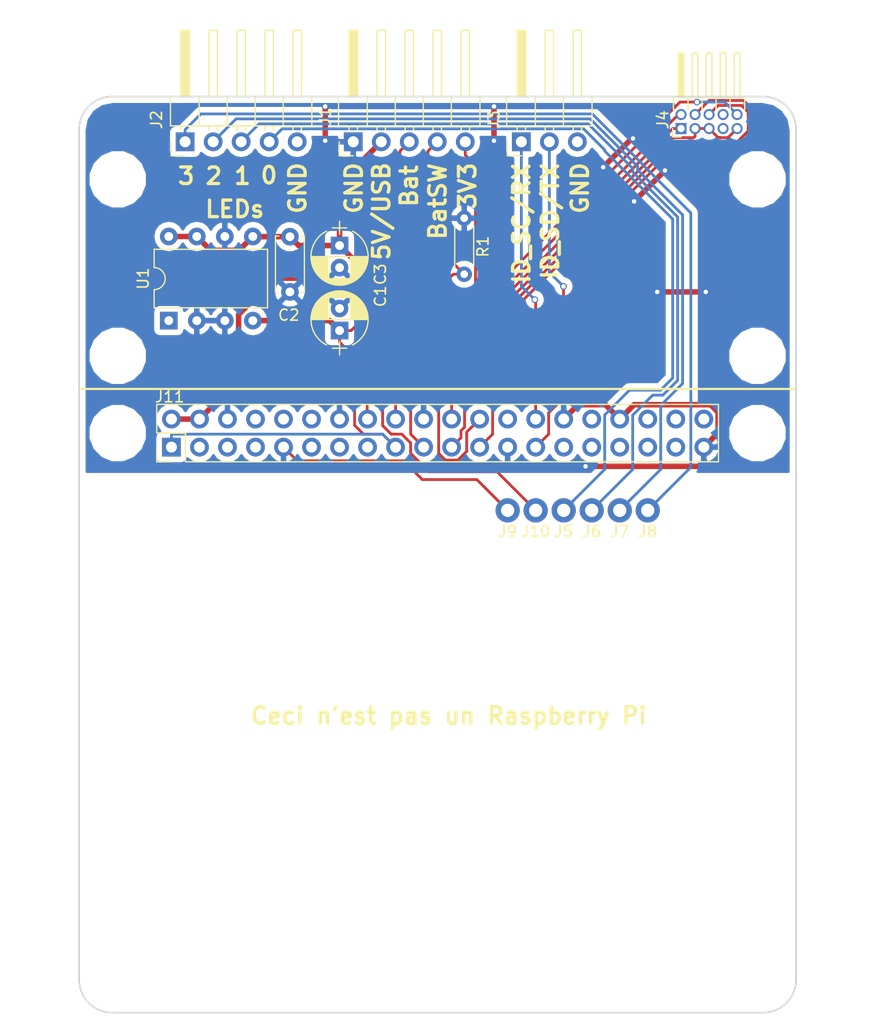
<source format=kicad_pcb>
(kicad_pcb (version 4) (host pcbnew 4.0.7-e2-6376~61~ubuntu18.04.1)

  (general
    (links 44)
    (no_connects 0)
    (area 65.142381 37.080118 144.637619 130.165)
    (thickness 1.6)
    (drawings 24)
    (tracks 230)
    (zones 0)
    (modules 28)
    (nets 42)
  )

  (page A4)
  (layers
    (0 F.Cu signal)
    (31 B.Cu signal)
    (32 B.Adhes user)
    (33 F.Adhes user)
    (34 B.Paste user)
    (35 F.Paste user)
    (36 B.SilkS user)
    (37 F.SilkS user)
    (38 B.Mask user)
    (39 F.Mask user)
    (40 Dwgs.User user)
    (41 Cmts.User user)
    (42 Eco1.User user)
    (43 Eco2.User user)
    (44 Edge.Cuts user)
    (45 Margin user)
    (46 B.CrtYd user)
    (47 F.CrtYd user)
    (48 B.Fab user)
    (49 F.Fab user)
  )

  (setup
    (last_trace_width 0.25)
    (user_trace_width 0.5)
    (trace_clearance 0.2)
    (zone_clearance 0.508)
    (zone_45_only no)
    (trace_min 0.2)
    (segment_width 0.2)
    (edge_width 0.15)
    (via_size 0.6)
    (via_drill 0.4)
    (via_min_size 0.4)
    (via_min_drill 0.3)
    (uvia_size 0.3)
    (uvia_drill 0.1)
    (uvias_allowed no)
    (uvia_min_size 0.2)
    (uvia_min_drill 0.1)
    (pcb_text_width 0.3)
    (pcb_text_size 1.5 1.5)
    (mod_edge_width 0.15)
    (mod_text_size 1 1)
    (mod_text_width 0.15)
    (pad_size 1.524 1.524)
    (pad_drill 0.762)
    (pad_to_mask_clearance 0.2)
    (aux_axis_origin 0 0)
    (visible_elements FFFFFF7F)
    (pcbplotparams
      (layerselection 0x010f0_80000001)
      (usegerberextensions false)
      (excludeedgelayer true)
      (linewidth 0.100000)
      (plotframeref false)
      (viasonmask false)
      (mode 1)
      (useauxorigin false)
      (hpglpennumber 1)
      (hpglpenspeed 20)
      (hpglpendiameter 15)
      (hpglpenoverlay 2)
      (psnegative false)
      (psa4output false)
      (plotreference true)
      (plotvalue true)
      (plotinvisibletext false)
      (padsonsilk false)
      (subtractmaskfromsilk false)
      (outputformat 1)
      (mirror false)
      (drillshape 0)
      (scaleselection 1)
      (outputdirectory gerber/))
  )

  (net 0 "")
  (net 1 "Net-(C1-Pad1)")
  (net 2 GND)
  (net 3 +5V)
  (net 4 REG_EN)
  (net 5 "Net-(J2-Pad1)")
  (net 6 "Net-(J2-Pad2)")
  (net 7 "Net-(J2-Pad3)")
  (net 8 "Net-(J2-Pad4)")
  (net 9 "Net-(J2-Pad5)")
  (net 10 ID_SD)
  (net 11 ID_SC)
  (net 12 ~CS)
  (net 13 MOSI)
  (net 14 IRQ)
  (net 15 SCLK)
  (net 16 MISO)
  (net 17 "Net-(J4-Pad7)")
  (net 18 "Net-(J4-Pad8)")
  (net 19 ~RST)
  (net 20 "Net-(J11-Pad3)")
  (net 21 "Net-(J11-Pad5)")
  (net 22 "Net-(J11-Pad7)")
  (net 23 "Net-(J11-Pad8)")
  (net 24 "Net-(J11-Pad10)")
  (net 25 "Net-(J11-Pad11)")
  (net 26 "Net-(J11-Pad12)")
  (net 27 "Net-(J11-Pad13)")
  (net 28 "Net-(J11-Pad15)")
  (net 29 "Net-(J11-Pad26)")
  (net 30 "Net-(J11-Pad29)")
  (net 31 "Net-(J11-Pad31)")
  (net 32 "Net-(J11-Pad32)")
  (net 33 "Net-(J11-Pad33)")
  (net 34 "Net-(J11-Pad35)")
  (net 35 "Net-(J11-Pad36)")
  (net 36 "Net-(J11-Pad37)")
  (net 37 "Net-(J11-Pad38)")
  (net 38 "Net-(J11-Pad40)")
  (net 39 "Net-(U1-Pad1)")
  (net 40 "Net-(J1-Pad5)")
  (net 41 "Net-(J3-Pad3)")

  (net_class Default "This is the default net class."
    (clearance 0.2)
    (trace_width 0.25)
    (via_dia 0.6)
    (via_drill 0.4)
    (uvia_dia 0.3)
    (uvia_drill 0.1)
    (add_net +5V)
    (add_net GND)
    (add_net ID_SC)
    (add_net ID_SD)
    (add_net IRQ)
    (add_net MISO)
    (add_net MOSI)
    (add_net "Net-(C1-Pad1)")
    (add_net "Net-(J1-Pad5)")
    (add_net "Net-(J11-Pad10)")
    (add_net "Net-(J11-Pad11)")
    (add_net "Net-(J11-Pad12)")
    (add_net "Net-(J11-Pad13)")
    (add_net "Net-(J11-Pad15)")
    (add_net "Net-(J11-Pad26)")
    (add_net "Net-(J11-Pad29)")
    (add_net "Net-(J11-Pad3)")
    (add_net "Net-(J11-Pad31)")
    (add_net "Net-(J11-Pad32)")
    (add_net "Net-(J11-Pad33)")
    (add_net "Net-(J11-Pad35)")
    (add_net "Net-(J11-Pad36)")
    (add_net "Net-(J11-Pad37)")
    (add_net "Net-(J11-Pad38)")
    (add_net "Net-(J11-Pad40)")
    (add_net "Net-(J11-Pad5)")
    (add_net "Net-(J11-Pad7)")
    (add_net "Net-(J11-Pad8)")
    (add_net "Net-(J2-Pad1)")
    (add_net "Net-(J2-Pad2)")
    (add_net "Net-(J2-Pad3)")
    (add_net "Net-(J2-Pad4)")
    (add_net "Net-(J2-Pad5)")
    (add_net "Net-(J3-Pad3)")
    (add_net "Net-(J4-Pad7)")
    (add_net "Net-(J4-Pad8)")
    (add_net "Net-(U1-Pad1)")
    (add_net REG_EN)
    (add_net SCLK)
    (add_net ~CS)
    (add_net ~RST)
  )

  (module jigb3:MountingHole_2.75mm_M2.5 locked (layer F.Cu) (tedit 5D7FB1F6) (tstamp 5D7FB993)
    (at 133.89 119.39)
    (descr "Mounting Hole 2.7mm, no annular, M2.5")
    (tags "mounting hole 2.7mm no annular m2.5")
    (attr virtual)
    (fp_text reference REF** (at 0 -3.7) (layer F.SilkS) hide
      (effects (font (size 1 1) (thickness 0.15)))
    )
    (fp_text value MountingHole_2.75mm_M2.5 (at 0 3.7) (layer F.Fab)
      (effects (font (size 1 1) (thickness 0.15)))
    )
    (fp_text user %R (at 0.3 0) (layer F.Fab)
      (effects (font (size 1 1) (thickness 0.15)))
    )
    (fp_circle (center 0 0) (end 2.7 0) (layer Cmts.User) (width 0.15))
    (fp_circle (center 0 0) (end 2.95 0) (layer F.CrtYd) (width 0.05))
    (pad "" np_thru_hole circle (at 0 0) (size 2.75 2.75) (drill 2.75) (layers *.Cu *.Mask)
      (solder_mask_margin 1.175) (clearance 1.175))
  )

  (module jigb3:MountingHole_2.75mm_M2.5 locked (layer F.Cu) (tedit 5D7FB1F6) (tstamp 5D7FB988)
    (at 75.89 119.39)
    (descr "Mounting Hole 2.7mm, no annular, M2.5")
    (tags "mounting hole 2.7mm no annular m2.5")
    (attr virtual)
    (fp_text reference REF** (at 0 -3.7) (layer F.SilkS) hide
      (effects (font (size 1 1) (thickness 0.15)))
    )
    (fp_text value MountingHole_2.75mm_M2.5 (at 0 3.7) (layer F.Fab)
      (effects (font (size 1 1) (thickness 0.15)))
    )
    (fp_text user %R (at 0.3 0) (layer F.Fab)
      (effects (font (size 1 1) (thickness 0.15)))
    )
    (fp_circle (center 0 0) (end 2.7 0) (layer Cmts.User) (width 0.15))
    (fp_circle (center 0 0) (end 2.95 0) (layer F.CrtYd) (width 0.05))
    (pad "" np_thru_hole circle (at 0 0) (size 2.75 2.75) (drill 2.75) (layers *.Cu *.Mask)
      (solder_mask_margin 1.175) (clearance 1.175))
  )

  (module jigb3:MountingHole_2.75mm_M2.5 locked (layer F.Cu) (tedit 5D7FB1F6) (tstamp 5D7FB981)
    (at 133.89 83.39)
    (descr "Mounting Hole 2.7mm, no annular, M2.5")
    (tags "mounting hole 2.7mm no annular m2.5")
    (attr virtual)
    (fp_text reference REF** (at 0 -3.7) (layer F.SilkS) hide
      (effects (font (size 1 1) (thickness 0.15)))
    )
    (fp_text value MountingHole_2.75mm_M2.5 (at 0 3.7) (layer F.Fab)
      (effects (font (size 1 1) (thickness 0.15)))
    )
    (fp_text user %R (at 0.3 0) (layer F.Fab)
      (effects (font (size 1 1) (thickness 0.15)))
    )
    (fp_circle (center 0 0) (end 2.7 0) (layer Cmts.User) (width 0.15))
    (fp_circle (center 0 0) (end 2.95 0) (layer F.CrtYd) (width 0.05))
    (pad "" np_thru_hole circle (at 0 0) (size 2.75 2.75) (drill 2.75) (layers *.Cu *.Mask)
      (solder_mask_margin 1.175) (clearance 1.175))
  )

  (module jigb3:MountingHole_2.75mm_M2.5 locked (layer F.Cu) (tedit 5D7FB1F6) (tstamp 5D7FB975)
    (at 75.89 83.39)
    (descr "Mounting Hole 2.7mm, no annular, M2.5")
    (tags "mounting hole 2.7mm no annular m2.5")
    (attr virtual)
    (fp_text reference REF** (at 0 -3.7) (layer F.SilkS) hide
      (effects (font (size 1 1) (thickness 0.15)))
    )
    (fp_text value MountingHole_2.75mm_M2.5 (at 0 3.7) (layer F.Fab)
      (effects (font (size 1 1) (thickness 0.15)))
    )
    (fp_text user %R (at 0.3 -1) (layer F.Fab)
      (effects (font (size 1 1) (thickness 0.15)))
    )
    (fp_circle (center 0 0) (end 2.7 0) (layer Cmts.User) (width 0.15))
    (fp_circle (center 0 0) (end 2.95 0) (layer F.CrtYd) (width 0.05))
    (pad "" np_thru_hole circle (at 0 0) (size 2.75 2.75) (drill 2.75) (layers *.Cu *.Mask)
      (solder_mask_margin 1.175) (clearance 1.175))
  )

  (module jigb3:MountingHole_2.75mm_M2.5 locked (layer F.Cu) (tedit 5D7FB1F6) (tstamp 5D7FB96E)
    (at 133.89 53.4)
    (descr "Mounting Hole 2.7mm, no annular, M2.5")
    (tags "mounting hole 2.7mm no annular m2.5")
    (attr virtual)
    (fp_text reference REF** (at 0 -3.7) (layer F.SilkS) hide
      (effects (font (size 1 1) (thickness 0.15)))
    )
    (fp_text value MountingHole_2.75mm_M2.5 (at 0 3.7) (layer F.Fab)
      (effects (font (size 1 1) (thickness 0.15)))
    )
    (fp_text user %R (at 0.3 0) (layer F.Fab)
      (effects (font (size 1 1) (thickness 0.15)))
    )
    (fp_circle (center 0 0) (end 2.7 0) (layer Cmts.User) (width 0.15))
    (fp_circle (center 0 0) (end 2.95 0) (layer F.CrtYd) (width 0.05))
    (pad "" np_thru_hole circle (at 0 0) (size 2.75 2.75) (drill 2.75) (layers *.Cu *.Mask)
      (solder_mask_margin 1.175) (clearance 1.175))
  )

  (module jigb3:MountingHole_2.75mm_M2.5 locked (layer F.Cu) (tedit 5D7FB1F6) (tstamp 5D7FB967)
    (at 75.89 53.4)
    (descr "Mounting Hole 2.7mm, no annular, M2.5")
    (tags "mounting hole 2.7mm no annular m2.5")
    (attr virtual)
    (fp_text reference REF** (at 0 -3.7) (layer F.SilkS) hide
      (effects (font (size 1 1) (thickness 0.15)))
    )
    (fp_text value MountingHole_2.75mm_M2.5 (at 0 3.7) (layer F.Fab)
      (effects (font (size 1 1) (thickness 0.15)))
    )
    (fp_text user %R (at 0.3 -1) (layer F.Fab)
      (effects (font (size 1 1) (thickness 0.15)))
    )
    (fp_circle (center 0 0) (end 2.7 0) (layer Cmts.User) (width 0.15))
    (fp_circle (center 0 0) (end 2.95 0) (layer F.CrtYd) (width 0.05))
    (pad "" np_thru_hole circle (at 0 0) (size 2.75 2.75) (drill 2.75) (layers *.Cu *.Mask)
      (solder_mask_margin 1.175) (clearance 1.175))
  )

  (module jigb3:MountingHole_2.75mm_M2.5 locked (layer F.Cu) (tedit 5D7FB1F6) (tstamp 5D7FB960)
    (at 75.89 69.39)
    (descr "Mounting Hole 2.7mm, no annular, M2.5")
    (tags "mounting hole 2.7mm no annular m2.5")
    (attr virtual)
    (fp_text reference REF** (at 0 -3.7) (layer F.SilkS) hide
      (effects (font (size 1 1) (thickness 0.15)))
    )
    (fp_text value MountingHole_2.75mm_M2.5 (at 0 3.7) (layer F.Fab)
      (effects (font (size 1 1) (thickness 0.15)))
    )
    (fp_text user %R (at 0.3 0) (layer F.Fab)
      (effects (font (size 1 1) (thickness 0.15)))
    )
    (fp_circle (center 0 0) (end 2.7 0) (layer Cmts.User) (width 0.15))
    (fp_circle (center 0 0) (end 2.95 0) (layer F.CrtYd) (width 0.05))
    (pad "" np_thru_hole circle (at 0 0) (size 2.75 2.75) (drill 2.75) (layers *.Cu *.Mask)
      (solder_mask_margin 1.175) (clearance 1.175))
  )

  (module jigb3:MountingHole_2.75mm_M2.5 locked (layer F.Cu) (tedit 5D7FB1F6) (tstamp 5D7FB959)
    (at 133.89 69.39)
    (descr "Mounting Hole 2.7mm, no annular, M2.5")
    (tags "mounting hole 2.7mm no annular m2.5")
    (attr virtual)
    (fp_text reference REF** (at 0 -3.7) (layer F.SilkS) hide
      (effects (font (size 1 1) (thickness 0.15)))
    )
    (fp_text value MountingHole_2.75mm_M2.5 (at 0 3.7) (layer F.Fab)
      (effects (font (size 1 1) (thickness 0.15)))
    )
    (fp_text user %R (at 0.3 0) (layer F.Fab)
      (effects (font (size 1 1) (thickness 0.15)))
    )
    (fp_circle (center 0 0) (end 2.7 0) (layer Cmts.User) (width 0.15))
    (fp_circle (center 0 0) (end 2.95 0) (layer F.CrtYd) (width 0.05))
    (pad "" np_thru_hole circle (at 0 0) (size 2.75 2.75) (drill 2.75) (layers *.Cu *.Mask)
      (solder_mask_margin 1.175) (clearance 1.175))
  )

  (module Capacitors_THT:CP_Radial_D5.0mm_P2.00mm (layer F.Cu) (tedit 597BC7C2) (tstamp 5D794C3E)
    (at 96 67.1 90)
    (descr "CP, Radial series, Radial, pin pitch=2.00mm, , diameter=5mm, Electrolytic Capacitor")
    (tags "CP Radial series Radial pin pitch 2.00mm  diameter 5mm Electrolytic Capacitor")
    (path /5D726C67)
    (fp_text reference C1 (at 3.1 3.7 90) (layer F.SilkS)
      (effects (font (size 1 1) (thickness 0.15)))
    )
    (fp_text value 2.2u (at 0.4 -1.8 90) (layer F.Fab)
      (effects (font (size 1 1) (thickness 0.15)))
    )
    (fp_arc (start 1 0) (end -1.30558 -1.18) (angle 125.8) (layer F.SilkS) (width 0.12))
    (fp_arc (start 1 0) (end -1.30558 1.18) (angle -125.8) (layer F.SilkS) (width 0.12))
    (fp_arc (start 1 0) (end 3.30558 -1.18) (angle 54.2) (layer F.SilkS) (width 0.12))
    (fp_circle (center 1 0) (end 3.5 0) (layer F.Fab) (width 0.1))
    (fp_line (start -2.2 0) (end -1 0) (layer F.Fab) (width 0.1))
    (fp_line (start -1.6 -0.65) (end -1.6 0.65) (layer F.Fab) (width 0.1))
    (fp_line (start 1 -2.55) (end 1 2.55) (layer F.SilkS) (width 0.12))
    (fp_line (start 1.04 -2.55) (end 1.04 -0.98) (layer F.SilkS) (width 0.12))
    (fp_line (start 1.04 0.98) (end 1.04 2.55) (layer F.SilkS) (width 0.12))
    (fp_line (start 1.08 -2.549) (end 1.08 -0.98) (layer F.SilkS) (width 0.12))
    (fp_line (start 1.08 0.98) (end 1.08 2.549) (layer F.SilkS) (width 0.12))
    (fp_line (start 1.12 -2.548) (end 1.12 -0.98) (layer F.SilkS) (width 0.12))
    (fp_line (start 1.12 0.98) (end 1.12 2.548) (layer F.SilkS) (width 0.12))
    (fp_line (start 1.16 -2.546) (end 1.16 -0.98) (layer F.SilkS) (width 0.12))
    (fp_line (start 1.16 0.98) (end 1.16 2.546) (layer F.SilkS) (width 0.12))
    (fp_line (start 1.2 -2.543) (end 1.2 -0.98) (layer F.SilkS) (width 0.12))
    (fp_line (start 1.2 0.98) (end 1.2 2.543) (layer F.SilkS) (width 0.12))
    (fp_line (start 1.24 -2.539) (end 1.24 -0.98) (layer F.SilkS) (width 0.12))
    (fp_line (start 1.24 0.98) (end 1.24 2.539) (layer F.SilkS) (width 0.12))
    (fp_line (start 1.28 -2.535) (end 1.28 -0.98) (layer F.SilkS) (width 0.12))
    (fp_line (start 1.28 0.98) (end 1.28 2.535) (layer F.SilkS) (width 0.12))
    (fp_line (start 1.32 -2.531) (end 1.32 -0.98) (layer F.SilkS) (width 0.12))
    (fp_line (start 1.32 0.98) (end 1.32 2.531) (layer F.SilkS) (width 0.12))
    (fp_line (start 1.36 -2.525) (end 1.36 -0.98) (layer F.SilkS) (width 0.12))
    (fp_line (start 1.36 0.98) (end 1.36 2.525) (layer F.SilkS) (width 0.12))
    (fp_line (start 1.4 -2.519) (end 1.4 -0.98) (layer F.SilkS) (width 0.12))
    (fp_line (start 1.4 0.98) (end 1.4 2.519) (layer F.SilkS) (width 0.12))
    (fp_line (start 1.44 -2.513) (end 1.44 -0.98) (layer F.SilkS) (width 0.12))
    (fp_line (start 1.44 0.98) (end 1.44 2.513) (layer F.SilkS) (width 0.12))
    (fp_line (start 1.48 -2.506) (end 1.48 -0.98) (layer F.SilkS) (width 0.12))
    (fp_line (start 1.48 0.98) (end 1.48 2.506) (layer F.SilkS) (width 0.12))
    (fp_line (start 1.52 -2.498) (end 1.52 -0.98) (layer F.SilkS) (width 0.12))
    (fp_line (start 1.52 0.98) (end 1.52 2.498) (layer F.SilkS) (width 0.12))
    (fp_line (start 1.56 -2.489) (end 1.56 -0.98) (layer F.SilkS) (width 0.12))
    (fp_line (start 1.56 0.98) (end 1.56 2.489) (layer F.SilkS) (width 0.12))
    (fp_line (start 1.6 -2.48) (end 1.6 -0.98) (layer F.SilkS) (width 0.12))
    (fp_line (start 1.6 0.98) (end 1.6 2.48) (layer F.SilkS) (width 0.12))
    (fp_line (start 1.64 -2.47) (end 1.64 -0.98) (layer F.SilkS) (width 0.12))
    (fp_line (start 1.64 0.98) (end 1.64 2.47) (layer F.SilkS) (width 0.12))
    (fp_line (start 1.68 -2.46) (end 1.68 -0.98) (layer F.SilkS) (width 0.12))
    (fp_line (start 1.68 0.98) (end 1.68 2.46) (layer F.SilkS) (width 0.12))
    (fp_line (start 1.721 -2.448) (end 1.721 -0.98) (layer F.SilkS) (width 0.12))
    (fp_line (start 1.721 0.98) (end 1.721 2.448) (layer F.SilkS) (width 0.12))
    (fp_line (start 1.761 -2.436) (end 1.761 -0.98) (layer F.SilkS) (width 0.12))
    (fp_line (start 1.761 0.98) (end 1.761 2.436) (layer F.SilkS) (width 0.12))
    (fp_line (start 1.801 -2.424) (end 1.801 -0.98) (layer F.SilkS) (width 0.12))
    (fp_line (start 1.801 0.98) (end 1.801 2.424) (layer F.SilkS) (width 0.12))
    (fp_line (start 1.841 -2.41) (end 1.841 -0.98) (layer F.SilkS) (width 0.12))
    (fp_line (start 1.841 0.98) (end 1.841 2.41) (layer F.SilkS) (width 0.12))
    (fp_line (start 1.881 -2.396) (end 1.881 -0.98) (layer F.SilkS) (width 0.12))
    (fp_line (start 1.881 0.98) (end 1.881 2.396) (layer F.SilkS) (width 0.12))
    (fp_line (start 1.921 -2.382) (end 1.921 -0.98) (layer F.SilkS) (width 0.12))
    (fp_line (start 1.921 0.98) (end 1.921 2.382) (layer F.SilkS) (width 0.12))
    (fp_line (start 1.961 -2.366) (end 1.961 -0.98) (layer F.SilkS) (width 0.12))
    (fp_line (start 1.961 0.98) (end 1.961 2.366) (layer F.SilkS) (width 0.12))
    (fp_line (start 2.001 -2.35) (end 2.001 -0.98) (layer F.SilkS) (width 0.12))
    (fp_line (start 2.001 0.98) (end 2.001 2.35) (layer F.SilkS) (width 0.12))
    (fp_line (start 2.041 -2.333) (end 2.041 -0.98) (layer F.SilkS) (width 0.12))
    (fp_line (start 2.041 0.98) (end 2.041 2.333) (layer F.SilkS) (width 0.12))
    (fp_line (start 2.081 -2.315) (end 2.081 -0.98) (layer F.SilkS) (width 0.12))
    (fp_line (start 2.081 0.98) (end 2.081 2.315) (layer F.SilkS) (width 0.12))
    (fp_line (start 2.121 -2.296) (end 2.121 -0.98) (layer F.SilkS) (width 0.12))
    (fp_line (start 2.121 0.98) (end 2.121 2.296) (layer F.SilkS) (width 0.12))
    (fp_line (start 2.161 -2.276) (end 2.161 -0.98) (layer F.SilkS) (width 0.12))
    (fp_line (start 2.161 0.98) (end 2.161 2.276) (layer F.SilkS) (width 0.12))
    (fp_line (start 2.201 -2.256) (end 2.201 -0.98) (layer F.SilkS) (width 0.12))
    (fp_line (start 2.201 0.98) (end 2.201 2.256) (layer F.SilkS) (width 0.12))
    (fp_line (start 2.241 -2.234) (end 2.241 -0.98) (layer F.SilkS) (width 0.12))
    (fp_line (start 2.241 0.98) (end 2.241 2.234) (layer F.SilkS) (width 0.12))
    (fp_line (start 2.281 -2.212) (end 2.281 -0.98) (layer F.SilkS) (width 0.12))
    (fp_line (start 2.281 0.98) (end 2.281 2.212) (layer F.SilkS) (width 0.12))
    (fp_line (start 2.321 -2.189) (end 2.321 -0.98) (layer F.SilkS) (width 0.12))
    (fp_line (start 2.321 0.98) (end 2.321 2.189) (layer F.SilkS) (width 0.12))
    (fp_line (start 2.361 -2.165) (end 2.361 -0.98) (layer F.SilkS) (width 0.12))
    (fp_line (start 2.361 0.98) (end 2.361 2.165) (layer F.SilkS) (width 0.12))
    (fp_line (start 2.401 -2.14) (end 2.401 -0.98) (layer F.SilkS) (width 0.12))
    (fp_line (start 2.401 0.98) (end 2.401 2.14) (layer F.SilkS) (width 0.12))
    (fp_line (start 2.441 -2.113) (end 2.441 -0.98) (layer F.SilkS) (width 0.12))
    (fp_line (start 2.441 0.98) (end 2.441 2.113) (layer F.SilkS) (width 0.12))
    (fp_line (start 2.481 -2.086) (end 2.481 -0.98) (layer F.SilkS) (width 0.12))
    (fp_line (start 2.481 0.98) (end 2.481 2.086) (layer F.SilkS) (width 0.12))
    (fp_line (start 2.521 -2.058) (end 2.521 -0.98) (layer F.SilkS) (width 0.12))
    (fp_line (start 2.521 0.98) (end 2.521 2.058) (layer F.SilkS) (width 0.12))
    (fp_line (start 2.561 -2.028) (end 2.561 -0.98) (layer F.SilkS) (width 0.12))
    (fp_line (start 2.561 0.98) (end 2.561 2.028) (layer F.SilkS) (width 0.12))
    (fp_line (start 2.601 -1.997) (end 2.601 -0.98) (layer F.SilkS) (width 0.12))
    (fp_line (start 2.601 0.98) (end 2.601 1.997) (layer F.SilkS) (width 0.12))
    (fp_line (start 2.641 -1.965) (end 2.641 -0.98) (layer F.SilkS) (width 0.12))
    (fp_line (start 2.641 0.98) (end 2.641 1.965) (layer F.SilkS) (width 0.12))
    (fp_line (start 2.681 -1.932) (end 2.681 -0.98) (layer F.SilkS) (width 0.12))
    (fp_line (start 2.681 0.98) (end 2.681 1.932) (layer F.SilkS) (width 0.12))
    (fp_line (start 2.721 -1.897) (end 2.721 -0.98) (layer F.SilkS) (width 0.12))
    (fp_line (start 2.721 0.98) (end 2.721 1.897) (layer F.SilkS) (width 0.12))
    (fp_line (start 2.761 -1.861) (end 2.761 -0.98) (layer F.SilkS) (width 0.12))
    (fp_line (start 2.761 0.98) (end 2.761 1.861) (layer F.SilkS) (width 0.12))
    (fp_line (start 2.801 -1.823) (end 2.801 -0.98) (layer F.SilkS) (width 0.12))
    (fp_line (start 2.801 0.98) (end 2.801 1.823) (layer F.SilkS) (width 0.12))
    (fp_line (start 2.841 -1.783) (end 2.841 -0.98) (layer F.SilkS) (width 0.12))
    (fp_line (start 2.841 0.98) (end 2.841 1.783) (layer F.SilkS) (width 0.12))
    (fp_line (start 2.881 -1.742) (end 2.881 -0.98) (layer F.SilkS) (width 0.12))
    (fp_line (start 2.881 0.98) (end 2.881 1.742) (layer F.SilkS) (width 0.12))
    (fp_line (start 2.921 -1.699) (end 2.921 -0.98) (layer F.SilkS) (width 0.12))
    (fp_line (start 2.921 0.98) (end 2.921 1.699) (layer F.SilkS) (width 0.12))
    (fp_line (start 2.961 -1.654) (end 2.961 -0.98) (layer F.SilkS) (width 0.12))
    (fp_line (start 2.961 0.98) (end 2.961 1.654) (layer F.SilkS) (width 0.12))
    (fp_line (start 3.001 -1.606) (end 3.001 1.606) (layer F.SilkS) (width 0.12))
    (fp_line (start 3.041 -1.556) (end 3.041 1.556) (layer F.SilkS) (width 0.12))
    (fp_line (start 3.081 -1.504) (end 3.081 1.504) (layer F.SilkS) (width 0.12))
    (fp_line (start 3.121 -1.448) (end 3.121 1.448) (layer F.SilkS) (width 0.12))
    (fp_line (start 3.161 -1.39) (end 3.161 1.39) (layer F.SilkS) (width 0.12))
    (fp_line (start 3.201 -1.327) (end 3.201 1.327) (layer F.SilkS) (width 0.12))
    (fp_line (start 3.241 -1.261) (end 3.241 1.261) (layer F.SilkS) (width 0.12))
    (fp_line (start 3.281 -1.189) (end 3.281 1.189) (layer F.SilkS) (width 0.12))
    (fp_line (start 3.321 -1.112) (end 3.321 1.112) (layer F.SilkS) (width 0.12))
    (fp_line (start 3.361 -1.028) (end 3.361 1.028) (layer F.SilkS) (width 0.12))
    (fp_line (start 3.401 -0.934) (end 3.401 0.934) (layer F.SilkS) (width 0.12))
    (fp_line (start 3.441 -0.829) (end 3.441 0.829) (layer F.SilkS) (width 0.12))
    (fp_line (start 3.481 -0.707) (end 3.481 0.707) (layer F.SilkS) (width 0.12))
    (fp_line (start 3.521 -0.559) (end 3.521 0.559) (layer F.SilkS) (width 0.12))
    (fp_line (start 3.561 -0.354) (end 3.561 0.354) (layer F.SilkS) (width 0.12))
    (fp_line (start -2.2 0) (end -1 0) (layer F.SilkS) (width 0.12))
    (fp_line (start -1.6 -0.65) (end -1.6 0.65) (layer F.SilkS) (width 0.12))
    (fp_line (start -1.85 -2.85) (end -1.85 2.85) (layer F.CrtYd) (width 0.05))
    (fp_line (start -1.85 2.85) (end 3.85 2.85) (layer F.CrtYd) (width 0.05))
    (fp_line (start 3.85 2.85) (end 3.85 -2.85) (layer F.CrtYd) (width 0.05))
    (fp_line (start 3.85 -2.85) (end -1.85 -2.85) (layer F.CrtYd) (width 0.05))
    (fp_text user %R (at 1 0 90) (layer F.Fab)
      (effects (font (size 1 1) (thickness 0.15)))
    )
    (pad 1 thru_hole rect (at 0 0 90) (size 1.6 1.6) (drill 0.8) (layers *.Cu *.Mask)
      (net 1 "Net-(C1-Pad1)"))
    (pad 2 thru_hole circle (at 2 0 90) (size 1.6 1.6) (drill 0.8) (layers *.Cu *.Mask)
      (net 2 GND))
    (model ${KISYS3DMOD}/Capacitors_THT.3dshapes/CP_Radial_D5.0mm_P2.00mm.wrl
      (at (xyz 0 0 0))
      (scale (xyz 1 1 1))
      (rotate (xyz 0 0 0))
    )
  )

  (module Capacitors_THT:C_Disc_D5.0mm_W2.5mm_P5.00mm (layer F.Cu) (tedit 597BC7C2) (tstamp 5D794C44)
    (at 91.5 58.6 270)
    (descr "C, Disc series, Radial, pin pitch=5.00mm, , diameter*width=5*2.5mm^2, Capacitor, http://cdn-reichelt.de/documents/datenblatt/B300/DS_KERKO_TC.pdf")
    (tags "C Disc series Radial pin pitch 5.00mm  diameter 5mm width 2.5mm Capacitor")
    (path /5D726CE7)
    (fp_text reference C2 (at 7.1 0.1 360) (layer F.SilkS)
      (effects (font (size 1 1) (thickness 0.15)))
    )
    (fp_text value 100n (at 2.4 1.2 270) (layer F.Fab)
      (effects (font (size 1 1) (thickness 0.15)))
    )
    (fp_line (start 0 -1.25) (end 0 1.25) (layer F.Fab) (width 0.1))
    (fp_line (start 0 1.25) (end 5 1.25) (layer F.Fab) (width 0.1))
    (fp_line (start 5 1.25) (end 5 -1.25) (layer F.Fab) (width 0.1))
    (fp_line (start 5 -1.25) (end 0 -1.25) (layer F.Fab) (width 0.1))
    (fp_line (start -0.06 -1.31) (end 5.06 -1.31) (layer F.SilkS) (width 0.12))
    (fp_line (start -0.06 1.31) (end 5.06 1.31) (layer F.SilkS) (width 0.12))
    (fp_line (start -0.06 -1.31) (end -0.06 -0.996) (layer F.SilkS) (width 0.12))
    (fp_line (start -0.06 0.996) (end -0.06 1.31) (layer F.SilkS) (width 0.12))
    (fp_line (start 5.06 -1.31) (end 5.06 -0.996) (layer F.SilkS) (width 0.12))
    (fp_line (start 5.06 0.996) (end 5.06 1.31) (layer F.SilkS) (width 0.12))
    (fp_line (start -1.05 -1.6) (end -1.05 1.6) (layer F.CrtYd) (width 0.05))
    (fp_line (start -1.05 1.6) (end 6.05 1.6) (layer F.CrtYd) (width 0.05))
    (fp_line (start 6.05 1.6) (end 6.05 -1.6) (layer F.CrtYd) (width 0.05))
    (fp_line (start 6.05 -1.6) (end -1.05 -1.6) (layer F.CrtYd) (width 0.05))
    (fp_text user %R (at 2.5 0 270) (layer F.Fab)
      (effects (font (size 1 1) (thickness 0.15)))
    )
    (pad 1 thru_hole circle (at 0 0 270) (size 1.6 1.6) (drill 0.8) (layers *.Cu *.Mask)
      (net 3 +5V))
    (pad 2 thru_hole circle (at 5 0 270) (size 1.6 1.6) (drill 0.8) (layers *.Cu *.Mask)
      (net 2 GND))
    (model ${KISYS3DMOD}/Capacitors_THT.3dshapes/C_Disc_D5.0mm_W2.5mm_P5.00mm.wrl
      (at (xyz 0 0 0))
      (scale (xyz 1 1 1))
      (rotate (xyz 0 0 0))
    )
  )

  (module Capacitors_THT:CP_Radial_D5.0mm_P2.00mm (layer F.Cu) (tedit 597BC7C2) (tstamp 5D794C4A)
    (at 96 59.4 270)
    (descr "CP, Radial series, Radial, pin pitch=2.00mm, , diameter=5mm, Electrolytic Capacitor")
    (tags "CP Radial series Radial pin pitch 2.00mm  diameter 5mm Electrolytic Capacitor")
    (path /5D726B4A)
    (fp_text reference C3 (at 2.6 -3.7 270) (layer F.SilkS)
      (effects (font (size 1 1) (thickness 0.15)))
    )
    (fp_text value 2.2u (at 0.8 1.9 270) (layer F.Fab)
      (effects (font (size 1 1) (thickness 0.15)))
    )
    (fp_arc (start 1 0) (end -1.30558 -1.18) (angle 125.8) (layer F.SilkS) (width 0.12))
    (fp_arc (start 1 0) (end -1.30558 1.18) (angle -125.8) (layer F.SilkS) (width 0.12))
    (fp_arc (start 1 0) (end 3.30558 -1.18) (angle 54.2) (layer F.SilkS) (width 0.12))
    (fp_circle (center 1 0) (end 3.5 0) (layer F.Fab) (width 0.1))
    (fp_line (start -2.2 0) (end -1 0) (layer F.Fab) (width 0.1))
    (fp_line (start -1.6 -0.65) (end -1.6 0.65) (layer F.Fab) (width 0.1))
    (fp_line (start 1 -2.55) (end 1 2.55) (layer F.SilkS) (width 0.12))
    (fp_line (start 1.04 -2.55) (end 1.04 -0.98) (layer F.SilkS) (width 0.12))
    (fp_line (start 1.04 0.98) (end 1.04 2.55) (layer F.SilkS) (width 0.12))
    (fp_line (start 1.08 -2.549) (end 1.08 -0.98) (layer F.SilkS) (width 0.12))
    (fp_line (start 1.08 0.98) (end 1.08 2.549) (layer F.SilkS) (width 0.12))
    (fp_line (start 1.12 -2.548) (end 1.12 -0.98) (layer F.SilkS) (width 0.12))
    (fp_line (start 1.12 0.98) (end 1.12 2.548) (layer F.SilkS) (width 0.12))
    (fp_line (start 1.16 -2.546) (end 1.16 -0.98) (layer F.SilkS) (width 0.12))
    (fp_line (start 1.16 0.98) (end 1.16 2.546) (layer F.SilkS) (width 0.12))
    (fp_line (start 1.2 -2.543) (end 1.2 -0.98) (layer F.SilkS) (width 0.12))
    (fp_line (start 1.2 0.98) (end 1.2 2.543) (layer F.SilkS) (width 0.12))
    (fp_line (start 1.24 -2.539) (end 1.24 -0.98) (layer F.SilkS) (width 0.12))
    (fp_line (start 1.24 0.98) (end 1.24 2.539) (layer F.SilkS) (width 0.12))
    (fp_line (start 1.28 -2.535) (end 1.28 -0.98) (layer F.SilkS) (width 0.12))
    (fp_line (start 1.28 0.98) (end 1.28 2.535) (layer F.SilkS) (width 0.12))
    (fp_line (start 1.32 -2.531) (end 1.32 -0.98) (layer F.SilkS) (width 0.12))
    (fp_line (start 1.32 0.98) (end 1.32 2.531) (layer F.SilkS) (width 0.12))
    (fp_line (start 1.36 -2.525) (end 1.36 -0.98) (layer F.SilkS) (width 0.12))
    (fp_line (start 1.36 0.98) (end 1.36 2.525) (layer F.SilkS) (width 0.12))
    (fp_line (start 1.4 -2.519) (end 1.4 -0.98) (layer F.SilkS) (width 0.12))
    (fp_line (start 1.4 0.98) (end 1.4 2.519) (layer F.SilkS) (width 0.12))
    (fp_line (start 1.44 -2.513) (end 1.44 -0.98) (layer F.SilkS) (width 0.12))
    (fp_line (start 1.44 0.98) (end 1.44 2.513) (layer F.SilkS) (width 0.12))
    (fp_line (start 1.48 -2.506) (end 1.48 -0.98) (layer F.SilkS) (width 0.12))
    (fp_line (start 1.48 0.98) (end 1.48 2.506) (layer F.SilkS) (width 0.12))
    (fp_line (start 1.52 -2.498) (end 1.52 -0.98) (layer F.SilkS) (width 0.12))
    (fp_line (start 1.52 0.98) (end 1.52 2.498) (layer F.SilkS) (width 0.12))
    (fp_line (start 1.56 -2.489) (end 1.56 -0.98) (layer F.SilkS) (width 0.12))
    (fp_line (start 1.56 0.98) (end 1.56 2.489) (layer F.SilkS) (width 0.12))
    (fp_line (start 1.6 -2.48) (end 1.6 -0.98) (layer F.SilkS) (width 0.12))
    (fp_line (start 1.6 0.98) (end 1.6 2.48) (layer F.SilkS) (width 0.12))
    (fp_line (start 1.64 -2.47) (end 1.64 -0.98) (layer F.SilkS) (width 0.12))
    (fp_line (start 1.64 0.98) (end 1.64 2.47) (layer F.SilkS) (width 0.12))
    (fp_line (start 1.68 -2.46) (end 1.68 -0.98) (layer F.SilkS) (width 0.12))
    (fp_line (start 1.68 0.98) (end 1.68 2.46) (layer F.SilkS) (width 0.12))
    (fp_line (start 1.721 -2.448) (end 1.721 -0.98) (layer F.SilkS) (width 0.12))
    (fp_line (start 1.721 0.98) (end 1.721 2.448) (layer F.SilkS) (width 0.12))
    (fp_line (start 1.761 -2.436) (end 1.761 -0.98) (layer F.SilkS) (width 0.12))
    (fp_line (start 1.761 0.98) (end 1.761 2.436) (layer F.SilkS) (width 0.12))
    (fp_line (start 1.801 -2.424) (end 1.801 -0.98) (layer F.SilkS) (width 0.12))
    (fp_line (start 1.801 0.98) (end 1.801 2.424) (layer F.SilkS) (width 0.12))
    (fp_line (start 1.841 -2.41) (end 1.841 -0.98) (layer F.SilkS) (width 0.12))
    (fp_line (start 1.841 0.98) (end 1.841 2.41) (layer F.SilkS) (width 0.12))
    (fp_line (start 1.881 -2.396) (end 1.881 -0.98) (layer F.SilkS) (width 0.12))
    (fp_line (start 1.881 0.98) (end 1.881 2.396) (layer F.SilkS) (width 0.12))
    (fp_line (start 1.921 -2.382) (end 1.921 -0.98) (layer F.SilkS) (width 0.12))
    (fp_line (start 1.921 0.98) (end 1.921 2.382) (layer F.SilkS) (width 0.12))
    (fp_line (start 1.961 -2.366) (end 1.961 -0.98) (layer F.SilkS) (width 0.12))
    (fp_line (start 1.961 0.98) (end 1.961 2.366) (layer F.SilkS) (width 0.12))
    (fp_line (start 2.001 -2.35) (end 2.001 -0.98) (layer F.SilkS) (width 0.12))
    (fp_line (start 2.001 0.98) (end 2.001 2.35) (layer F.SilkS) (width 0.12))
    (fp_line (start 2.041 -2.333) (end 2.041 -0.98) (layer F.SilkS) (width 0.12))
    (fp_line (start 2.041 0.98) (end 2.041 2.333) (layer F.SilkS) (width 0.12))
    (fp_line (start 2.081 -2.315) (end 2.081 -0.98) (layer F.SilkS) (width 0.12))
    (fp_line (start 2.081 0.98) (end 2.081 2.315) (layer F.SilkS) (width 0.12))
    (fp_line (start 2.121 -2.296) (end 2.121 -0.98) (layer F.SilkS) (width 0.12))
    (fp_line (start 2.121 0.98) (end 2.121 2.296) (layer F.SilkS) (width 0.12))
    (fp_line (start 2.161 -2.276) (end 2.161 -0.98) (layer F.SilkS) (width 0.12))
    (fp_line (start 2.161 0.98) (end 2.161 2.276) (layer F.SilkS) (width 0.12))
    (fp_line (start 2.201 -2.256) (end 2.201 -0.98) (layer F.SilkS) (width 0.12))
    (fp_line (start 2.201 0.98) (end 2.201 2.256) (layer F.SilkS) (width 0.12))
    (fp_line (start 2.241 -2.234) (end 2.241 -0.98) (layer F.SilkS) (width 0.12))
    (fp_line (start 2.241 0.98) (end 2.241 2.234) (layer F.SilkS) (width 0.12))
    (fp_line (start 2.281 -2.212) (end 2.281 -0.98) (layer F.SilkS) (width 0.12))
    (fp_line (start 2.281 0.98) (end 2.281 2.212) (layer F.SilkS) (width 0.12))
    (fp_line (start 2.321 -2.189) (end 2.321 -0.98) (layer F.SilkS) (width 0.12))
    (fp_line (start 2.321 0.98) (end 2.321 2.189) (layer F.SilkS) (width 0.12))
    (fp_line (start 2.361 -2.165) (end 2.361 -0.98) (layer F.SilkS) (width 0.12))
    (fp_line (start 2.361 0.98) (end 2.361 2.165) (layer F.SilkS) (width 0.12))
    (fp_line (start 2.401 -2.14) (end 2.401 -0.98) (layer F.SilkS) (width 0.12))
    (fp_line (start 2.401 0.98) (end 2.401 2.14) (layer F.SilkS) (width 0.12))
    (fp_line (start 2.441 -2.113) (end 2.441 -0.98) (layer F.SilkS) (width 0.12))
    (fp_line (start 2.441 0.98) (end 2.441 2.113) (layer F.SilkS) (width 0.12))
    (fp_line (start 2.481 -2.086) (end 2.481 -0.98) (layer F.SilkS) (width 0.12))
    (fp_line (start 2.481 0.98) (end 2.481 2.086) (layer F.SilkS) (width 0.12))
    (fp_line (start 2.521 -2.058) (end 2.521 -0.98) (layer F.SilkS) (width 0.12))
    (fp_line (start 2.521 0.98) (end 2.521 2.058) (layer F.SilkS) (width 0.12))
    (fp_line (start 2.561 -2.028) (end 2.561 -0.98) (layer F.SilkS) (width 0.12))
    (fp_line (start 2.561 0.98) (end 2.561 2.028) (layer F.SilkS) (width 0.12))
    (fp_line (start 2.601 -1.997) (end 2.601 -0.98) (layer F.SilkS) (width 0.12))
    (fp_line (start 2.601 0.98) (end 2.601 1.997) (layer F.SilkS) (width 0.12))
    (fp_line (start 2.641 -1.965) (end 2.641 -0.98) (layer F.SilkS) (width 0.12))
    (fp_line (start 2.641 0.98) (end 2.641 1.965) (layer F.SilkS) (width 0.12))
    (fp_line (start 2.681 -1.932) (end 2.681 -0.98) (layer F.SilkS) (width 0.12))
    (fp_line (start 2.681 0.98) (end 2.681 1.932) (layer F.SilkS) (width 0.12))
    (fp_line (start 2.721 -1.897) (end 2.721 -0.98) (layer F.SilkS) (width 0.12))
    (fp_line (start 2.721 0.98) (end 2.721 1.897) (layer F.SilkS) (width 0.12))
    (fp_line (start 2.761 -1.861) (end 2.761 -0.98) (layer F.SilkS) (width 0.12))
    (fp_line (start 2.761 0.98) (end 2.761 1.861) (layer F.SilkS) (width 0.12))
    (fp_line (start 2.801 -1.823) (end 2.801 -0.98) (layer F.SilkS) (width 0.12))
    (fp_line (start 2.801 0.98) (end 2.801 1.823) (layer F.SilkS) (width 0.12))
    (fp_line (start 2.841 -1.783) (end 2.841 -0.98) (layer F.SilkS) (width 0.12))
    (fp_line (start 2.841 0.98) (end 2.841 1.783) (layer F.SilkS) (width 0.12))
    (fp_line (start 2.881 -1.742) (end 2.881 -0.98) (layer F.SilkS) (width 0.12))
    (fp_line (start 2.881 0.98) (end 2.881 1.742) (layer F.SilkS) (width 0.12))
    (fp_line (start 2.921 -1.699) (end 2.921 -0.98) (layer F.SilkS) (width 0.12))
    (fp_line (start 2.921 0.98) (end 2.921 1.699) (layer F.SilkS) (width 0.12))
    (fp_line (start 2.961 -1.654) (end 2.961 -0.98) (layer F.SilkS) (width 0.12))
    (fp_line (start 2.961 0.98) (end 2.961 1.654) (layer F.SilkS) (width 0.12))
    (fp_line (start 3.001 -1.606) (end 3.001 1.606) (layer F.SilkS) (width 0.12))
    (fp_line (start 3.041 -1.556) (end 3.041 1.556) (layer F.SilkS) (width 0.12))
    (fp_line (start 3.081 -1.504) (end 3.081 1.504) (layer F.SilkS) (width 0.12))
    (fp_line (start 3.121 -1.448) (end 3.121 1.448) (layer F.SilkS) (width 0.12))
    (fp_line (start 3.161 -1.39) (end 3.161 1.39) (layer F.SilkS) (width 0.12))
    (fp_line (start 3.201 -1.327) (end 3.201 1.327) (layer F.SilkS) (width 0.12))
    (fp_line (start 3.241 -1.261) (end 3.241 1.261) (layer F.SilkS) (width 0.12))
    (fp_line (start 3.281 -1.189) (end 3.281 1.189) (layer F.SilkS) (width 0.12))
    (fp_line (start 3.321 -1.112) (end 3.321 1.112) (layer F.SilkS) (width 0.12))
    (fp_line (start 3.361 -1.028) (end 3.361 1.028) (layer F.SilkS) (width 0.12))
    (fp_line (start 3.401 -0.934) (end 3.401 0.934) (layer F.SilkS) (width 0.12))
    (fp_line (start 3.441 -0.829) (end 3.441 0.829) (layer F.SilkS) (width 0.12))
    (fp_line (start 3.481 -0.707) (end 3.481 0.707) (layer F.SilkS) (width 0.12))
    (fp_line (start 3.521 -0.559) (end 3.521 0.559) (layer F.SilkS) (width 0.12))
    (fp_line (start 3.561 -0.354) (end 3.561 0.354) (layer F.SilkS) (width 0.12))
    (fp_line (start -2.2 0) (end -1 0) (layer F.SilkS) (width 0.12))
    (fp_line (start -1.6 -0.65) (end -1.6 0.65) (layer F.SilkS) (width 0.12))
    (fp_line (start -1.85 -2.85) (end -1.85 2.85) (layer F.CrtYd) (width 0.05))
    (fp_line (start -1.85 2.85) (end 3.85 2.85) (layer F.CrtYd) (width 0.05))
    (fp_line (start 3.85 2.85) (end 3.85 -2.85) (layer F.CrtYd) (width 0.05))
    (fp_line (start 3.85 -2.85) (end -1.85 -2.85) (layer F.CrtYd) (width 0.05))
    (fp_text user %R (at 1 0 270) (layer F.Fab)
      (effects (font (size 1 1) (thickness 0.15)))
    )
    (pad 1 thru_hole rect (at 0 0 270) (size 1.6 1.6) (drill 0.8) (layers *.Cu *.Mask)
      (net 3 +5V))
    (pad 2 thru_hole circle (at 2 0 270) (size 1.6 1.6) (drill 0.8) (layers *.Cu *.Mask)
      (net 2 GND))
    (model ${KISYS3DMOD}/Capacitors_THT.3dshapes/CP_Radial_D5.0mm_P2.00mm.wrl
      (at (xyz 0 0 0))
      (scale (xyz 1 1 1))
      (rotate (xyz 0 0 0))
    )
  )

  (module Pin_Headers:Pin_Header_Angled_1x05_Pitch2.54mm (layer F.Cu) (tedit 59650532) (tstamp 5D794C53)
    (at 97.24 50 90)
    (descr "Through hole angled pin header, 1x05, 2.54mm pitch, 6mm pin length, single row")
    (tags "Through hole angled pin header THT 1x05 2.54mm single row")
    (path /5D71648C)
    (fp_text reference J1 (at 2.3 -2.54 90) (layer F.SilkS)
      (effects (font (size 1 1) (thickness 0.15)))
    )
    (fp_text value Conn_01x05 (at 4.385 12.43 90) (layer F.Fab)
      (effects (font (size 1 1) (thickness 0.15)))
    )
    (fp_line (start 2.135 -1.27) (end 4.04 -1.27) (layer F.Fab) (width 0.1))
    (fp_line (start 4.04 -1.27) (end 4.04 11.43) (layer F.Fab) (width 0.1))
    (fp_line (start 4.04 11.43) (end 1.5 11.43) (layer F.Fab) (width 0.1))
    (fp_line (start 1.5 11.43) (end 1.5 -0.635) (layer F.Fab) (width 0.1))
    (fp_line (start 1.5 -0.635) (end 2.135 -1.27) (layer F.Fab) (width 0.1))
    (fp_line (start -0.32 -0.32) (end 1.5 -0.32) (layer F.Fab) (width 0.1))
    (fp_line (start -0.32 -0.32) (end -0.32 0.32) (layer F.Fab) (width 0.1))
    (fp_line (start -0.32 0.32) (end 1.5 0.32) (layer F.Fab) (width 0.1))
    (fp_line (start 4.04 -0.32) (end 10.04 -0.32) (layer F.Fab) (width 0.1))
    (fp_line (start 10.04 -0.32) (end 10.04 0.32) (layer F.Fab) (width 0.1))
    (fp_line (start 4.04 0.32) (end 10.04 0.32) (layer F.Fab) (width 0.1))
    (fp_line (start -0.32 2.22) (end 1.5 2.22) (layer F.Fab) (width 0.1))
    (fp_line (start -0.32 2.22) (end -0.32 2.86) (layer F.Fab) (width 0.1))
    (fp_line (start -0.32 2.86) (end 1.5 2.86) (layer F.Fab) (width 0.1))
    (fp_line (start 4.04 2.22) (end 10.04 2.22) (layer F.Fab) (width 0.1))
    (fp_line (start 10.04 2.22) (end 10.04 2.86) (layer F.Fab) (width 0.1))
    (fp_line (start 4.04 2.86) (end 10.04 2.86) (layer F.Fab) (width 0.1))
    (fp_line (start -0.32 4.76) (end 1.5 4.76) (layer F.Fab) (width 0.1))
    (fp_line (start -0.32 4.76) (end -0.32 5.4) (layer F.Fab) (width 0.1))
    (fp_line (start -0.32 5.4) (end 1.5 5.4) (layer F.Fab) (width 0.1))
    (fp_line (start 4.04 4.76) (end 10.04 4.76) (layer F.Fab) (width 0.1))
    (fp_line (start 10.04 4.76) (end 10.04 5.4) (layer F.Fab) (width 0.1))
    (fp_line (start 4.04 5.4) (end 10.04 5.4) (layer F.Fab) (width 0.1))
    (fp_line (start -0.32 7.3) (end 1.5 7.3) (layer F.Fab) (width 0.1))
    (fp_line (start -0.32 7.3) (end -0.32 7.94) (layer F.Fab) (width 0.1))
    (fp_line (start -0.32 7.94) (end 1.5 7.94) (layer F.Fab) (width 0.1))
    (fp_line (start 4.04 7.3) (end 10.04 7.3) (layer F.Fab) (width 0.1))
    (fp_line (start 10.04 7.3) (end 10.04 7.94) (layer F.Fab) (width 0.1))
    (fp_line (start 4.04 7.94) (end 10.04 7.94) (layer F.Fab) (width 0.1))
    (fp_line (start -0.32 9.84) (end 1.5 9.84) (layer F.Fab) (width 0.1))
    (fp_line (start -0.32 9.84) (end -0.32 10.48) (layer F.Fab) (width 0.1))
    (fp_line (start -0.32 10.48) (end 1.5 10.48) (layer F.Fab) (width 0.1))
    (fp_line (start 4.04 9.84) (end 10.04 9.84) (layer F.Fab) (width 0.1))
    (fp_line (start 10.04 9.84) (end 10.04 10.48) (layer F.Fab) (width 0.1))
    (fp_line (start 4.04 10.48) (end 10.04 10.48) (layer F.Fab) (width 0.1))
    (fp_line (start 1.44 -1.33) (end 1.44 11.49) (layer F.SilkS) (width 0.12))
    (fp_line (start 1.44 11.49) (end 4.1 11.49) (layer F.SilkS) (width 0.12))
    (fp_line (start 4.1 11.49) (end 4.1 -1.33) (layer F.SilkS) (width 0.12))
    (fp_line (start 4.1 -1.33) (end 1.44 -1.33) (layer F.SilkS) (width 0.12))
    (fp_line (start 4.1 -0.38) (end 10.1 -0.38) (layer F.SilkS) (width 0.12))
    (fp_line (start 10.1 -0.38) (end 10.1 0.38) (layer F.SilkS) (width 0.12))
    (fp_line (start 10.1 0.38) (end 4.1 0.38) (layer F.SilkS) (width 0.12))
    (fp_line (start 4.1 -0.32) (end 10.1 -0.32) (layer F.SilkS) (width 0.12))
    (fp_line (start 4.1 -0.2) (end 10.1 -0.2) (layer F.SilkS) (width 0.12))
    (fp_line (start 4.1 -0.08) (end 10.1 -0.08) (layer F.SilkS) (width 0.12))
    (fp_line (start 4.1 0.04) (end 10.1 0.04) (layer F.SilkS) (width 0.12))
    (fp_line (start 4.1 0.16) (end 10.1 0.16) (layer F.SilkS) (width 0.12))
    (fp_line (start 4.1 0.28) (end 10.1 0.28) (layer F.SilkS) (width 0.12))
    (fp_line (start 1.11 -0.38) (end 1.44 -0.38) (layer F.SilkS) (width 0.12))
    (fp_line (start 1.11 0.38) (end 1.44 0.38) (layer F.SilkS) (width 0.12))
    (fp_line (start 1.44 1.27) (end 4.1 1.27) (layer F.SilkS) (width 0.12))
    (fp_line (start 4.1 2.16) (end 10.1 2.16) (layer F.SilkS) (width 0.12))
    (fp_line (start 10.1 2.16) (end 10.1 2.92) (layer F.SilkS) (width 0.12))
    (fp_line (start 10.1 2.92) (end 4.1 2.92) (layer F.SilkS) (width 0.12))
    (fp_line (start 1.042929 2.16) (end 1.44 2.16) (layer F.SilkS) (width 0.12))
    (fp_line (start 1.042929 2.92) (end 1.44 2.92) (layer F.SilkS) (width 0.12))
    (fp_line (start 1.44 3.81) (end 4.1 3.81) (layer F.SilkS) (width 0.12))
    (fp_line (start 4.1 4.7) (end 10.1 4.7) (layer F.SilkS) (width 0.12))
    (fp_line (start 10.1 4.7) (end 10.1 5.46) (layer F.SilkS) (width 0.12))
    (fp_line (start 10.1 5.46) (end 4.1 5.46) (layer F.SilkS) (width 0.12))
    (fp_line (start 1.042929 4.7) (end 1.44 4.7) (layer F.SilkS) (width 0.12))
    (fp_line (start 1.042929 5.46) (end 1.44 5.46) (layer F.SilkS) (width 0.12))
    (fp_line (start 1.44 6.35) (end 4.1 6.35) (layer F.SilkS) (width 0.12))
    (fp_line (start 4.1 7.24) (end 10.1 7.24) (layer F.SilkS) (width 0.12))
    (fp_line (start 10.1 7.24) (end 10.1 8) (layer F.SilkS) (width 0.12))
    (fp_line (start 10.1 8) (end 4.1 8) (layer F.SilkS) (width 0.12))
    (fp_line (start 1.042929 7.24) (end 1.44 7.24) (layer F.SilkS) (width 0.12))
    (fp_line (start 1.042929 8) (end 1.44 8) (layer F.SilkS) (width 0.12))
    (fp_line (start 1.44 8.89) (end 4.1 8.89) (layer F.SilkS) (width 0.12))
    (fp_line (start 4.1 9.78) (end 10.1 9.78) (layer F.SilkS) (width 0.12))
    (fp_line (start 10.1 9.78) (end 10.1 10.54) (layer F.SilkS) (width 0.12))
    (fp_line (start 10.1 10.54) (end 4.1 10.54) (layer F.SilkS) (width 0.12))
    (fp_line (start 1.042929 9.78) (end 1.44 9.78) (layer F.SilkS) (width 0.12))
    (fp_line (start 1.042929 10.54) (end 1.44 10.54) (layer F.SilkS) (width 0.12))
    (fp_line (start -1.27 0) (end -1.27 -1.27) (layer F.SilkS) (width 0.12))
    (fp_line (start -1.27 -1.27) (end 0 -1.27) (layer F.SilkS) (width 0.12))
    (fp_line (start -1.8 -1.8) (end -1.8 11.95) (layer F.CrtYd) (width 0.05))
    (fp_line (start -1.8 11.95) (end 10.55 11.95) (layer F.CrtYd) (width 0.05))
    (fp_line (start 10.55 11.95) (end 10.55 -1.8) (layer F.CrtYd) (width 0.05))
    (fp_line (start 10.55 -1.8) (end -1.8 -1.8) (layer F.CrtYd) (width 0.05))
    (fp_text user %R (at 2.77 5.08 180) (layer F.Fab)
      (effects (font (size 1 1) (thickness 0.15)))
    )
    (pad 1 thru_hole rect (at 0 0 90) (size 1.7 1.7) (drill 1) (layers *.Cu *.Mask)
      (net 2 GND))
    (pad 2 thru_hole oval (at 0 2.54 90) (size 1.7 1.7) (drill 1) (layers *.Cu *.Mask)
      (net 3 +5V))
    (pad 3 thru_hole oval (at 0 5.08 90) (size 1.7 1.7) (drill 1) (layers *.Cu *.Mask)
      (net 1 "Net-(C1-Pad1)"))
    (pad 4 thru_hole oval (at 0 7.62 90) (size 1.7 1.7) (drill 1) (layers *.Cu *.Mask)
      (net 4 REG_EN))
    (pad 5 thru_hole oval (at 0 10.16 90) (size 1.7 1.7) (drill 1) (layers *.Cu *.Mask)
      (net 40 "Net-(J1-Pad5)"))
    (model ${KISYS3DMOD}/Pin_Headers.3dshapes/Pin_Header_Angled_1x05_Pitch2.54mm.wrl
      (at (xyz 0 0 0))
      (scale (xyz 1 1 1))
      (rotate (xyz 0 0 0))
    )
  )

  (module Pin_Headers:Pin_Header_Angled_1x05_Pitch2.54mm (layer F.Cu) (tedit 59650532) (tstamp 5D794C5C)
    (at 82 50 90)
    (descr "Through hole angled pin header, 1x05, 2.54mm pitch, 6mm pin length, single row")
    (tags "Through hole angled pin header THT 1x05 2.54mm single row")
    (path /5D716535)
    (fp_text reference J2 (at 2 -2.6 90) (layer F.SilkS)
      (effects (font (size 1 1) (thickness 0.15)))
    )
    (fp_text value Conn_01x05 (at 4.385 12.43 90) (layer F.Fab)
      (effects (font (size 1 1) (thickness 0.15)))
    )
    (fp_line (start 2.135 -1.27) (end 4.04 -1.27) (layer F.Fab) (width 0.1))
    (fp_line (start 4.04 -1.27) (end 4.04 11.43) (layer F.Fab) (width 0.1))
    (fp_line (start 4.04 11.43) (end 1.5 11.43) (layer F.Fab) (width 0.1))
    (fp_line (start 1.5 11.43) (end 1.5 -0.635) (layer F.Fab) (width 0.1))
    (fp_line (start 1.5 -0.635) (end 2.135 -1.27) (layer F.Fab) (width 0.1))
    (fp_line (start -0.32 -0.32) (end 1.5 -0.32) (layer F.Fab) (width 0.1))
    (fp_line (start -0.32 -0.32) (end -0.32 0.32) (layer F.Fab) (width 0.1))
    (fp_line (start -0.32 0.32) (end 1.5 0.32) (layer F.Fab) (width 0.1))
    (fp_line (start 4.04 -0.32) (end 10.04 -0.32) (layer F.Fab) (width 0.1))
    (fp_line (start 10.04 -0.32) (end 10.04 0.32) (layer F.Fab) (width 0.1))
    (fp_line (start 4.04 0.32) (end 10.04 0.32) (layer F.Fab) (width 0.1))
    (fp_line (start -0.32 2.22) (end 1.5 2.22) (layer F.Fab) (width 0.1))
    (fp_line (start -0.32 2.22) (end -0.32 2.86) (layer F.Fab) (width 0.1))
    (fp_line (start -0.32 2.86) (end 1.5 2.86) (layer F.Fab) (width 0.1))
    (fp_line (start 4.04 2.22) (end 10.04 2.22) (layer F.Fab) (width 0.1))
    (fp_line (start 10.04 2.22) (end 10.04 2.86) (layer F.Fab) (width 0.1))
    (fp_line (start 4.04 2.86) (end 10.04 2.86) (layer F.Fab) (width 0.1))
    (fp_line (start -0.32 4.76) (end 1.5 4.76) (layer F.Fab) (width 0.1))
    (fp_line (start -0.32 4.76) (end -0.32 5.4) (layer F.Fab) (width 0.1))
    (fp_line (start -0.32 5.4) (end 1.5 5.4) (layer F.Fab) (width 0.1))
    (fp_line (start 4.04 4.76) (end 10.04 4.76) (layer F.Fab) (width 0.1))
    (fp_line (start 10.04 4.76) (end 10.04 5.4) (layer F.Fab) (width 0.1))
    (fp_line (start 4.04 5.4) (end 10.04 5.4) (layer F.Fab) (width 0.1))
    (fp_line (start -0.32 7.3) (end 1.5 7.3) (layer F.Fab) (width 0.1))
    (fp_line (start -0.32 7.3) (end -0.32 7.94) (layer F.Fab) (width 0.1))
    (fp_line (start -0.32 7.94) (end 1.5 7.94) (layer F.Fab) (width 0.1))
    (fp_line (start 4.04 7.3) (end 10.04 7.3) (layer F.Fab) (width 0.1))
    (fp_line (start 10.04 7.3) (end 10.04 7.94) (layer F.Fab) (width 0.1))
    (fp_line (start 4.04 7.94) (end 10.04 7.94) (layer F.Fab) (width 0.1))
    (fp_line (start -0.32 9.84) (end 1.5 9.84) (layer F.Fab) (width 0.1))
    (fp_line (start -0.32 9.84) (end -0.32 10.48) (layer F.Fab) (width 0.1))
    (fp_line (start -0.32 10.48) (end 1.5 10.48) (layer F.Fab) (width 0.1))
    (fp_line (start 4.04 9.84) (end 10.04 9.84) (layer F.Fab) (width 0.1))
    (fp_line (start 10.04 9.84) (end 10.04 10.48) (layer F.Fab) (width 0.1))
    (fp_line (start 4.04 10.48) (end 10.04 10.48) (layer F.Fab) (width 0.1))
    (fp_line (start 1.44 -1.33) (end 1.44 11.49) (layer F.SilkS) (width 0.12))
    (fp_line (start 1.44 11.49) (end 4.1 11.49) (layer F.SilkS) (width 0.12))
    (fp_line (start 4.1 11.49) (end 4.1 -1.33) (layer F.SilkS) (width 0.12))
    (fp_line (start 4.1 -1.33) (end 1.44 -1.33) (layer F.SilkS) (width 0.12))
    (fp_line (start 4.1 -0.38) (end 10.1 -0.38) (layer F.SilkS) (width 0.12))
    (fp_line (start 10.1 -0.38) (end 10.1 0.38) (layer F.SilkS) (width 0.12))
    (fp_line (start 10.1 0.38) (end 4.1 0.38) (layer F.SilkS) (width 0.12))
    (fp_line (start 4.1 -0.32) (end 10.1 -0.32) (layer F.SilkS) (width 0.12))
    (fp_line (start 4.1 -0.2) (end 10.1 -0.2) (layer F.SilkS) (width 0.12))
    (fp_line (start 4.1 -0.08) (end 10.1 -0.08) (layer F.SilkS) (width 0.12))
    (fp_line (start 4.1 0.04) (end 10.1 0.04) (layer F.SilkS) (width 0.12))
    (fp_line (start 4.1 0.16) (end 10.1 0.16) (layer F.SilkS) (width 0.12))
    (fp_line (start 4.1 0.28) (end 10.1 0.28) (layer F.SilkS) (width 0.12))
    (fp_line (start 1.11 -0.38) (end 1.44 -0.38) (layer F.SilkS) (width 0.12))
    (fp_line (start 1.11 0.38) (end 1.44 0.38) (layer F.SilkS) (width 0.12))
    (fp_line (start 1.44 1.27) (end 4.1 1.27) (layer F.SilkS) (width 0.12))
    (fp_line (start 4.1 2.16) (end 10.1 2.16) (layer F.SilkS) (width 0.12))
    (fp_line (start 10.1 2.16) (end 10.1 2.92) (layer F.SilkS) (width 0.12))
    (fp_line (start 10.1 2.92) (end 4.1 2.92) (layer F.SilkS) (width 0.12))
    (fp_line (start 1.042929 2.16) (end 1.44 2.16) (layer F.SilkS) (width 0.12))
    (fp_line (start 1.042929 2.92) (end 1.44 2.92) (layer F.SilkS) (width 0.12))
    (fp_line (start 1.44 3.81) (end 4.1 3.81) (layer F.SilkS) (width 0.12))
    (fp_line (start 4.1 4.7) (end 10.1 4.7) (layer F.SilkS) (width 0.12))
    (fp_line (start 10.1 4.7) (end 10.1 5.46) (layer F.SilkS) (width 0.12))
    (fp_line (start 10.1 5.46) (end 4.1 5.46) (layer F.SilkS) (width 0.12))
    (fp_line (start 1.042929 4.7) (end 1.44 4.7) (layer F.SilkS) (width 0.12))
    (fp_line (start 1.042929 5.46) (end 1.44 5.46) (layer F.SilkS) (width 0.12))
    (fp_line (start 1.44 6.35) (end 4.1 6.35) (layer F.SilkS) (width 0.12))
    (fp_line (start 4.1 7.24) (end 10.1 7.24) (layer F.SilkS) (width 0.12))
    (fp_line (start 10.1 7.24) (end 10.1 8) (layer F.SilkS) (width 0.12))
    (fp_line (start 10.1 8) (end 4.1 8) (layer F.SilkS) (width 0.12))
    (fp_line (start 1.042929 7.24) (end 1.44 7.24) (layer F.SilkS) (width 0.12))
    (fp_line (start 1.042929 8) (end 1.44 8) (layer F.SilkS) (width 0.12))
    (fp_line (start 1.44 8.89) (end 4.1 8.89) (layer F.SilkS) (width 0.12))
    (fp_line (start 4.1 9.78) (end 10.1 9.78) (layer F.SilkS) (width 0.12))
    (fp_line (start 10.1 9.78) (end 10.1 10.54) (layer F.SilkS) (width 0.12))
    (fp_line (start 10.1 10.54) (end 4.1 10.54) (layer F.SilkS) (width 0.12))
    (fp_line (start 1.042929 9.78) (end 1.44 9.78) (layer F.SilkS) (width 0.12))
    (fp_line (start 1.042929 10.54) (end 1.44 10.54) (layer F.SilkS) (width 0.12))
    (fp_line (start -1.27 0) (end -1.27 -1.27) (layer F.SilkS) (width 0.12))
    (fp_line (start -1.27 -1.27) (end 0 -1.27) (layer F.SilkS) (width 0.12))
    (fp_line (start -1.8 -1.8) (end -1.8 11.95) (layer F.CrtYd) (width 0.05))
    (fp_line (start -1.8 11.95) (end 10.55 11.95) (layer F.CrtYd) (width 0.05))
    (fp_line (start 10.55 11.95) (end 10.55 -1.8) (layer F.CrtYd) (width 0.05))
    (fp_line (start 10.55 -1.8) (end -1.8 -1.8) (layer F.CrtYd) (width 0.05))
    (fp_text user %R (at 2.77 5.08 180) (layer F.Fab)
      (effects (font (size 1 1) (thickness 0.15)))
    )
    (pad 1 thru_hole rect (at 0 0 90) (size 1.7 1.7) (drill 1) (layers *.Cu *.Mask)
      (net 5 "Net-(J2-Pad1)"))
    (pad 2 thru_hole oval (at 0 2.54 90) (size 1.7 1.7) (drill 1) (layers *.Cu *.Mask)
      (net 6 "Net-(J2-Pad2)"))
    (pad 3 thru_hole oval (at 0 5.08 90) (size 1.7 1.7) (drill 1) (layers *.Cu *.Mask)
      (net 7 "Net-(J2-Pad3)"))
    (pad 4 thru_hole oval (at 0 7.62 90) (size 1.7 1.7) (drill 1) (layers *.Cu *.Mask)
      (net 8 "Net-(J2-Pad4)"))
    (pad 5 thru_hole oval (at 0 10.16 90) (size 1.7 1.7) (drill 1) (layers *.Cu *.Mask)
      (net 9 "Net-(J2-Pad5)"))
    (model ${KISYS3DMOD}/Pin_Headers.3dshapes/Pin_Header_Angled_1x05_Pitch2.54mm.wrl
      (at (xyz 0 0 0))
      (scale (xyz 1 1 1))
      (rotate (xyz 0 0 0))
    )
  )

  (module Pin_Headers:Pin_Header_Angled_1x03_Pitch2.54mm (layer F.Cu) (tedit 59650532) (tstamp 5D794C63)
    (at 112.48 50 90)
    (descr "Through hole angled pin header, 1x03, 2.54mm pitch, 6mm pin length, single row")
    (tags "Through hole angled pin header THT 1x03 2.54mm single row")
    (path /5D7261E1)
    (fp_text reference J3 (at 2 -2.48 90) (layer F.SilkS)
      (effects (font (size 1 1) (thickness 0.15)))
    )
    (fp_text value Conn_01x03 (at 4.385 7.35 90) (layer F.Fab)
      (effects (font (size 1 1) (thickness 0.15)))
    )
    (fp_line (start 2.135 -1.27) (end 4.04 -1.27) (layer F.Fab) (width 0.1))
    (fp_line (start 4.04 -1.27) (end 4.04 6.35) (layer F.Fab) (width 0.1))
    (fp_line (start 4.04 6.35) (end 1.5 6.35) (layer F.Fab) (width 0.1))
    (fp_line (start 1.5 6.35) (end 1.5 -0.635) (layer F.Fab) (width 0.1))
    (fp_line (start 1.5 -0.635) (end 2.135 -1.27) (layer F.Fab) (width 0.1))
    (fp_line (start -0.32 -0.32) (end 1.5 -0.32) (layer F.Fab) (width 0.1))
    (fp_line (start -0.32 -0.32) (end -0.32 0.32) (layer F.Fab) (width 0.1))
    (fp_line (start -0.32 0.32) (end 1.5 0.32) (layer F.Fab) (width 0.1))
    (fp_line (start 4.04 -0.32) (end 10.04 -0.32) (layer F.Fab) (width 0.1))
    (fp_line (start 10.04 -0.32) (end 10.04 0.32) (layer F.Fab) (width 0.1))
    (fp_line (start 4.04 0.32) (end 10.04 0.32) (layer F.Fab) (width 0.1))
    (fp_line (start -0.32 2.22) (end 1.5 2.22) (layer F.Fab) (width 0.1))
    (fp_line (start -0.32 2.22) (end -0.32 2.86) (layer F.Fab) (width 0.1))
    (fp_line (start -0.32 2.86) (end 1.5 2.86) (layer F.Fab) (width 0.1))
    (fp_line (start 4.04 2.22) (end 10.04 2.22) (layer F.Fab) (width 0.1))
    (fp_line (start 10.04 2.22) (end 10.04 2.86) (layer F.Fab) (width 0.1))
    (fp_line (start 4.04 2.86) (end 10.04 2.86) (layer F.Fab) (width 0.1))
    (fp_line (start -0.32 4.76) (end 1.5 4.76) (layer F.Fab) (width 0.1))
    (fp_line (start -0.32 4.76) (end -0.32 5.4) (layer F.Fab) (width 0.1))
    (fp_line (start -0.32 5.4) (end 1.5 5.4) (layer F.Fab) (width 0.1))
    (fp_line (start 4.04 4.76) (end 10.04 4.76) (layer F.Fab) (width 0.1))
    (fp_line (start 10.04 4.76) (end 10.04 5.4) (layer F.Fab) (width 0.1))
    (fp_line (start 4.04 5.4) (end 10.04 5.4) (layer F.Fab) (width 0.1))
    (fp_line (start 1.44 -1.33) (end 1.44 6.41) (layer F.SilkS) (width 0.12))
    (fp_line (start 1.44 6.41) (end 4.1 6.41) (layer F.SilkS) (width 0.12))
    (fp_line (start 4.1 6.41) (end 4.1 -1.33) (layer F.SilkS) (width 0.12))
    (fp_line (start 4.1 -1.33) (end 1.44 -1.33) (layer F.SilkS) (width 0.12))
    (fp_line (start 4.1 -0.38) (end 10.1 -0.38) (layer F.SilkS) (width 0.12))
    (fp_line (start 10.1 -0.38) (end 10.1 0.38) (layer F.SilkS) (width 0.12))
    (fp_line (start 10.1 0.38) (end 4.1 0.38) (layer F.SilkS) (width 0.12))
    (fp_line (start 4.1 -0.32) (end 10.1 -0.32) (layer F.SilkS) (width 0.12))
    (fp_line (start 4.1 -0.2) (end 10.1 -0.2) (layer F.SilkS) (width 0.12))
    (fp_line (start 4.1 -0.08) (end 10.1 -0.08) (layer F.SilkS) (width 0.12))
    (fp_line (start 4.1 0.04) (end 10.1 0.04) (layer F.SilkS) (width 0.12))
    (fp_line (start 4.1 0.16) (end 10.1 0.16) (layer F.SilkS) (width 0.12))
    (fp_line (start 4.1 0.28) (end 10.1 0.28) (layer F.SilkS) (width 0.12))
    (fp_line (start 1.11 -0.38) (end 1.44 -0.38) (layer F.SilkS) (width 0.12))
    (fp_line (start 1.11 0.38) (end 1.44 0.38) (layer F.SilkS) (width 0.12))
    (fp_line (start 1.44 1.27) (end 4.1 1.27) (layer F.SilkS) (width 0.12))
    (fp_line (start 4.1 2.16) (end 10.1 2.16) (layer F.SilkS) (width 0.12))
    (fp_line (start 10.1 2.16) (end 10.1 2.92) (layer F.SilkS) (width 0.12))
    (fp_line (start 10.1 2.92) (end 4.1 2.92) (layer F.SilkS) (width 0.12))
    (fp_line (start 1.042929 2.16) (end 1.44 2.16) (layer F.SilkS) (width 0.12))
    (fp_line (start 1.042929 2.92) (end 1.44 2.92) (layer F.SilkS) (width 0.12))
    (fp_line (start 1.44 3.81) (end 4.1 3.81) (layer F.SilkS) (width 0.12))
    (fp_line (start 4.1 4.7) (end 10.1 4.7) (layer F.SilkS) (width 0.12))
    (fp_line (start 10.1 4.7) (end 10.1 5.46) (layer F.SilkS) (width 0.12))
    (fp_line (start 10.1 5.46) (end 4.1 5.46) (layer F.SilkS) (width 0.12))
    (fp_line (start 1.042929 4.7) (end 1.44 4.7) (layer F.SilkS) (width 0.12))
    (fp_line (start 1.042929 5.46) (end 1.44 5.46) (layer F.SilkS) (width 0.12))
    (fp_line (start -1.27 0) (end -1.27 -1.27) (layer F.SilkS) (width 0.12))
    (fp_line (start -1.27 -1.27) (end 0 -1.27) (layer F.SilkS) (width 0.12))
    (fp_line (start -1.8 -1.8) (end -1.8 6.85) (layer F.CrtYd) (width 0.05))
    (fp_line (start -1.8 6.85) (end 10.55 6.85) (layer F.CrtYd) (width 0.05))
    (fp_line (start 10.55 6.85) (end 10.55 -1.8) (layer F.CrtYd) (width 0.05))
    (fp_line (start 10.55 -1.8) (end -1.8 -1.8) (layer F.CrtYd) (width 0.05))
    (fp_text user %R (at 2.77 2.54 180) (layer F.Fab)
      (effects (font (size 1 1) (thickness 0.15)))
    )
    (pad 1 thru_hole rect (at 0 0 90) (size 1.7 1.7) (drill 1) (layers *.Cu *.Mask)
      (net 11 ID_SC))
    (pad 2 thru_hole oval (at 0 2.54 90) (size 1.7 1.7) (drill 1) (layers *.Cu *.Mask)
      (net 10 ID_SD))
    (pad 3 thru_hole oval (at 0 5.08 90) (size 1.7 1.7) (drill 1) (layers *.Cu *.Mask)
      (net 41 "Net-(J3-Pad3)"))
    (model ${KISYS3DMOD}/Pin_Headers.3dshapes/Pin_Header_Angled_1x03_Pitch2.54mm.wrl
      (at (xyz 0 0 0))
      (scale (xyz 1 1 1))
      (rotate (xyz 0 0 0))
    )
  )

  (module Pin_Headers:Pin_Header_Angled_2x05_Pitch1.27mm (layer F.Cu) (tedit 59650536) (tstamp 5D794C71)
    (at 126.96 48.8 90)
    (descr "Through hole angled pin header, 2x05, 1.27mm pitch, 4.0mm pin length, double rows")
    (tags "Through hole angled pin header THT 2x05 1.27mm double row")
    (path /5D725E43)
    (fp_text reference J4 (at 0.8 -1.66 90) (layer F.SilkS)
      (effects (font (size 1 1) (thickness 0.15)))
    )
    (fp_text value Conn_02x05_Odd_Even (at 3.0675 6.715 90) (layer F.Fab)
      (effects (font (size 1 1) (thickness 0.15)))
    )
    (fp_line (start 2.02 -0.635) (end 2.77 -0.635) (layer F.Fab) (width 0.1))
    (fp_line (start 2.77 -0.635) (end 2.77 5.715) (layer F.Fab) (width 0.1))
    (fp_line (start 2.77 5.715) (end 1.77 5.715) (layer F.Fab) (width 0.1))
    (fp_line (start 1.77 5.715) (end 1.77 -0.385) (layer F.Fab) (width 0.1))
    (fp_line (start 1.77 -0.385) (end 2.02 -0.635) (layer F.Fab) (width 0.1))
    (fp_line (start -0.2 -0.2) (end 1.77 -0.2) (layer F.Fab) (width 0.1))
    (fp_line (start -0.2 -0.2) (end -0.2 0.2) (layer F.Fab) (width 0.1))
    (fp_line (start -0.2 0.2) (end 1.77 0.2) (layer F.Fab) (width 0.1))
    (fp_line (start 2.77 -0.2) (end 6.77 -0.2) (layer F.Fab) (width 0.1))
    (fp_line (start 6.77 -0.2) (end 6.77 0.2) (layer F.Fab) (width 0.1))
    (fp_line (start 2.77 0.2) (end 6.77 0.2) (layer F.Fab) (width 0.1))
    (fp_line (start -0.2 1.07) (end 1.77 1.07) (layer F.Fab) (width 0.1))
    (fp_line (start -0.2 1.07) (end -0.2 1.47) (layer F.Fab) (width 0.1))
    (fp_line (start -0.2 1.47) (end 1.77 1.47) (layer F.Fab) (width 0.1))
    (fp_line (start 2.77 1.07) (end 6.77 1.07) (layer F.Fab) (width 0.1))
    (fp_line (start 6.77 1.07) (end 6.77 1.47) (layer F.Fab) (width 0.1))
    (fp_line (start 2.77 1.47) (end 6.77 1.47) (layer F.Fab) (width 0.1))
    (fp_line (start -0.2 2.34) (end 1.77 2.34) (layer F.Fab) (width 0.1))
    (fp_line (start -0.2 2.34) (end -0.2 2.74) (layer F.Fab) (width 0.1))
    (fp_line (start -0.2 2.74) (end 1.77 2.74) (layer F.Fab) (width 0.1))
    (fp_line (start 2.77 2.34) (end 6.77 2.34) (layer F.Fab) (width 0.1))
    (fp_line (start 6.77 2.34) (end 6.77 2.74) (layer F.Fab) (width 0.1))
    (fp_line (start 2.77 2.74) (end 6.77 2.74) (layer F.Fab) (width 0.1))
    (fp_line (start -0.2 3.61) (end 1.77 3.61) (layer F.Fab) (width 0.1))
    (fp_line (start -0.2 3.61) (end -0.2 4.01) (layer F.Fab) (width 0.1))
    (fp_line (start -0.2 4.01) (end 1.77 4.01) (layer F.Fab) (width 0.1))
    (fp_line (start 2.77 3.61) (end 6.77 3.61) (layer F.Fab) (width 0.1))
    (fp_line (start 6.77 3.61) (end 6.77 4.01) (layer F.Fab) (width 0.1))
    (fp_line (start 2.77 4.01) (end 6.77 4.01) (layer F.Fab) (width 0.1))
    (fp_line (start -0.2 4.88) (end 1.77 4.88) (layer F.Fab) (width 0.1))
    (fp_line (start -0.2 4.88) (end -0.2 5.28) (layer F.Fab) (width 0.1))
    (fp_line (start -0.2 5.28) (end 1.77 5.28) (layer F.Fab) (width 0.1))
    (fp_line (start 2.77 4.88) (end 6.77 4.88) (layer F.Fab) (width 0.1))
    (fp_line (start 6.77 4.88) (end 6.77 5.28) (layer F.Fab) (width 0.1))
    (fp_line (start 2.77 5.28) (end 6.77 5.28) (layer F.Fab) (width 0.1))
    (fp_line (start 1.71 -0.619677) (end 1.71 -0.695) (layer F.SilkS) (width 0.12))
    (fp_line (start 1.71 -0.695) (end 2.83 -0.695) (layer F.SilkS) (width 0.12))
    (fp_line (start 2.83 -0.695) (end 2.83 5.775) (layer F.SilkS) (width 0.12))
    (fp_line (start 2.83 5.775) (end 1.71 5.775) (layer F.SilkS) (width 0.12))
    (fp_line (start 1.71 5.775) (end 1.71 5.699677) (layer F.SilkS) (width 0.12))
    (fp_line (start 2.83 -0.26) (end 6.83 -0.26) (layer F.SilkS) (width 0.12))
    (fp_line (start 6.83 -0.26) (end 6.83 0.26) (layer F.SilkS) (width 0.12))
    (fp_line (start 6.83 0.26) (end 2.83 0.26) (layer F.SilkS) (width 0.12))
    (fp_line (start 2.83 -0.2) (end 6.83 -0.2) (layer F.SilkS) (width 0.12))
    (fp_line (start 2.83 -0.08) (end 6.83 -0.08) (layer F.SilkS) (width 0.12))
    (fp_line (start 2.83 0.04) (end 6.83 0.04) (layer F.SilkS) (width 0.12))
    (fp_line (start 2.83 0.16) (end 6.83 0.16) (layer F.SilkS) (width 0.12))
    (fp_line (start 1.71 0.635) (end 2.83 0.635) (layer F.SilkS) (width 0.12))
    (fp_line (start 1.71 0.619677) (end 1.71 0.650323) (layer F.SilkS) (width 0.12))
    (fp_line (start 2.83 1.01) (end 6.83 1.01) (layer F.SilkS) (width 0.12))
    (fp_line (start 6.83 1.01) (end 6.83 1.53) (layer F.SilkS) (width 0.12))
    (fp_line (start 6.83 1.53) (end 2.83 1.53) (layer F.SilkS) (width 0.12))
    (fp_line (start 1.71 1.905) (end 2.83 1.905) (layer F.SilkS) (width 0.12))
    (fp_line (start 1.71 1.889677) (end 1.71 1.920323) (layer F.SilkS) (width 0.12))
    (fp_line (start 2.83 2.28) (end 6.83 2.28) (layer F.SilkS) (width 0.12))
    (fp_line (start 6.83 2.28) (end 6.83 2.8) (layer F.SilkS) (width 0.12))
    (fp_line (start 6.83 2.8) (end 2.83 2.8) (layer F.SilkS) (width 0.12))
    (fp_line (start 1.71 3.175) (end 2.83 3.175) (layer F.SilkS) (width 0.12))
    (fp_line (start 1.71 3.159677) (end 1.71 3.190323) (layer F.SilkS) (width 0.12))
    (fp_line (start 2.83 3.55) (end 6.83 3.55) (layer F.SilkS) (width 0.12))
    (fp_line (start 6.83 3.55) (end 6.83 4.07) (layer F.SilkS) (width 0.12))
    (fp_line (start 6.83 4.07) (end 2.83 4.07) (layer F.SilkS) (width 0.12))
    (fp_line (start 1.71 4.445) (end 2.83 4.445) (layer F.SilkS) (width 0.12))
    (fp_line (start 1.71 4.429677) (end 1.71 4.460323) (layer F.SilkS) (width 0.12))
    (fp_line (start 2.83 4.82) (end 6.83 4.82) (layer F.SilkS) (width 0.12))
    (fp_line (start 6.83 4.82) (end 6.83 5.34) (layer F.SilkS) (width 0.12))
    (fp_line (start 6.83 5.34) (end 2.83 5.34) (layer F.SilkS) (width 0.12))
    (fp_line (start -0.76 0) (end -0.76 -0.76) (layer F.SilkS) (width 0.12))
    (fp_line (start -0.76 -0.76) (end 0 -0.76) (layer F.SilkS) (width 0.12))
    (fp_line (start -1.15 -1.15) (end -1.15 6.25) (layer F.CrtYd) (width 0.05))
    (fp_line (start -1.15 6.25) (end 7.3 6.25) (layer F.CrtYd) (width 0.05))
    (fp_line (start 7.3 6.25) (end 7.3 -1.15) (layer F.CrtYd) (width 0.05))
    (fp_line (start 7.3 -1.15) (end -1.15 -1.15) (layer F.CrtYd) (width 0.05))
    (fp_text user %R (at 2.27 2.54 180) (layer F.Fab)
      (effects (font (size 0.6 0.6) (thickness 0.09)))
    )
    (pad 1 thru_hole rect (at 0 0 90) (size 1 1) (drill 0.65) (layers *.Cu *.Mask)
      (net 12 ~CS))
    (pad 2 thru_hole oval (at 1.27 0 90) (size 1 1) (drill 0.65) (layers *.Cu *.Mask)
      (net 13 MOSI))
    (pad 3 thru_hole oval (at 0 1.27 90) (size 1 1) (drill 0.65) (layers *.Cu *.Mask)
      (net 14 IRQ))
    (pad 4 thru_hole oval (at 1.27 1.27 90) (size 1 1) (drill 0.65) (layers *.Cu *.Mask)
      (net 15 SCLK))
    (pad 5 thru_hole oval (at 0 2.54 90) (size 1 1) (drill 0.65) (layers *.Cu *.Mask)
      (net 14 IRQ))
    (pad 6 thru_hole oval (at 1.27 2.54 90) (size 1 1) (drill 0.65) (layers *.Cu *.Mask)
      (net 16 MISO))
    (pad 7 thru_hole oval (at 0 3.81 90) (size 1 1) (drill 0.65) (layers *.Cu *.Mask)
      (net 17 "Net-(J4-Pad7)"))
    (pad 8 thru_hole oval (at 1.27 3.81 90) (size 1 1) (drill 0.65) (layers *.Cu *.Mask)
      (net 18 "Net-(J4-Pad8)"))
    (pad 9 thru_hole oval (at 0 5.08 90) (size 1 1) (drill 0.65) (layers *.Cu *.Mask)
      (net 14 IRQ))
    (pad 10 thru_hole oval (at 1.27 5.08 90) (size 1 1) (drill 0.65) (layers *.Cu *.Mask)
      (net 19 ~RST))
    (model ${KISYS3DMOD}/Pin_Headers.3dshapes/Pin_Header_Angled_2x05_Pitch1.27mm.wrl
      (at (xyz 0 0 0))
      (scale (xyz 1 1 1))
      (rotate (xyz 0 0 0))
    )
  )

  (module Pin_Headers:Pin_Header_Straight_2x20_Pitch2.54mm locked (layer F.Cu) (tedit 59650533) (tstamp 5D794CBB)
    (at 80.76 77.66 90)
    (descr "Through hole straight pin header, 2x20, 2.54mm pitch, double rows")
    (tags "Through hole pin header THT 2x20 2.54mm double row")
    (path /5D715CAE)
    (fp_text reference J11 (at 4.56 -0.16 180) (layer F.SilkS)
      (effects (font (size 1 1) (thickness 0.15)))
    )
    (fp_text value Conn_02x20_Odd_Even (at 1.27 50.59 90) (layer F.Fab)
      (effects (font (size 1 1) (thickness 0.15)))
    )
    (fp_line (start 0 -1.27) (end 3.81 -1.27) (layer F.Fab) (width 0.1))
    (fp_line (start 3.81 -1.27) (end 3.81 49.53) (layer F.Fab) (width 0.1))
    (fp_line (start 3.81 49.53) (end -1.27 49.53) (layer F.Fab) (width 0.1))
    (fp_line (start -1.27 49.53) (end -1.27 0) (layer F.Fab) (width 0.1))
    (fp_line (start -1.27 0) (end 0 -1.27) (layer F.Fab) (width 0.1))
    (fp_line (start -1.33 49.59) (end 3.87 49.59) (layer F.SilkS) (width 0.12))
    (fp_line (start -1.33 1.27) (end -1.33 49.59) (layer F.SilkS) (width 0.12))
    (fp_line (start 3.87 -1.33) (end 3.87 49.59) (layer F.SilkS) (width 0.12))
    (fp_line (start -1.33 1.27) (end 1.27 1.27) (layer F.SilkS) (width 0.12))
    (fp_line (start 1.27 1.27) (end 1.27 -1.33) (layer F.SilkS) (width 0.12))
    (fp_line (start 1.27 -1.33) (end 3.87 -1.33) (layer F.SilkS) (width 0.12))
    (fp_line (start -1.33 0) (end -1.33 -1.33) (layer F.SilkS) (width 0.12))
    (fp_line (start -1.33 -1.33) (end 0 -1.33) (layer F.SilkS) (width 0.12))
    (fp_line (start -1.8 -1.8) (end -1.8 50.05) (layer F.CrtYd) (width 0.05))
    (fp_line (start -1.8 50.05) (end 4.35 50.05) (layer F.CrtYd) (width 0.05))
    (fp_line (start 4.35 50.05) (end 4.35 -1.8) (layer F.CrtYd) (width 0.05))
    (fp_line (start 4.35 -1.8) (end -1.8 -1.8) (layer F.CrtYd) (width 0.05))
    (fp_text user %R (at 1.27 24.13 180) (layer F.Fab)
      (effects (font (size 1 1) (thickness 0.15)))
    )
    (pad 1 thru_hole rect (at 0 0 90) (size 1.7 1.7) (drill 1) (layers *.Cu *.Mask)
      (net 1 "Net-(C1-Pad1)"))
    (pad 2 thru_hole oval (at 2.54 0 90) (size 1.7 1.7) (drill 1) (layers *.Cu *.Mask)
      (net 3 +5V))
    (pad 3 thru_hole oval (at 0 2.54 90) (size 1.7 1.7) (drill 1) (layers *.Cu *.Mask)
      (net 20 "Net-(J11-Pad3)"))
    (pad 4 thru_hole oval (at 2.54 2.54 90) (size 1.7 1.7) (drill 1) (layers *.Cu *.Mask)
      (net 3 +5V))
    (pad 5 thru_hole oval (at 0 5.08 90) (size 1.7 1.7) (drill 1) (layers *.Cu *.Mask)
      (net 21 "Net-(J11-Pad5)"))
    (pad 6 thru_hole oval (at 2.54 5.08 90) (size 1.7 1.7) (drill 1) (layers *.Cu *.Mask)
      (net 2 GND))
    (pad 7 thru_hole oval (at 0 7.62 90) (size 1.7 1.7) (drill 1) (layers *.Cu *.Mask)
      (net 22 "Net-(J11-Pad7)"))
    (pad 8 thru_hole oval (at 2.54 7.62 90) (size 1.7 1.7) (drill 1) (layers *.Cu *.Mask)
      (net 23 "Net-(J11-Pad8)"))
    (pad 9 thru_hole oval (at 0 10.16 90) (size 1.7 1.7) (drill 1) (layers *.Cu *.Mask)
      (net 2 GND))
    (pad 10 thru_hole oval (at 2.54 10.16 90) (size 1.7 1.7) (drill 1) (layers *.Cu *.Mask)
      (net 24 "Net-(J11-Pad10)"))
    (pad 11 thru_hole oval (at 0 12.7 90) (size 1.7 1.7) (drill 1) (layers *.Cu *.Mask)
      (net 25 "Net-(J11-Pad11)"))
    (pad 12 thru_hole oval (at 2.54 12.7 90) (size 1.7 1.7) (drill 1) (layers *.Cu *.Mask)
      (net 26 "Net-(J11-Pad12)"))
    (pad 13 thru_hole oval (at 0 15.24 90) (size 1.7 1.7) (drill 1) (layers *.Cu *.Mask)
      (net 27 "Net-(J11-Pad13)"))
    (pad 14 thru_hole oval (at 2.54 15.24 90) (size 1.7 1.7) (drill 1) (layers *.Cu *.Mask)
      (net 2 GND))
    (pad 15 thru_hole oval (at 0 17.78 90) (size 1.7 1.7) (drill 1) (layers *.Cu *.Mask)
      (net 28 "Net-(J11-Pad15)"))
    (pad 16 thru_hole oval (at 2.54 17.78 90) (size 1.7 1.7) (drill 1) (layers *.Cu *.Mask)
      (net 4 REG_EN))
    (pad 17 thru_hole oval (at 0 20.32 90) (size 1.7 1.7) (drill 1) (layers *.Cu *.Mask)
      (net 1 "Net-(C1-Pad1)"))
    (pad 18 thru_hole oval (at 2.54 20.32 90) (size 1.7 1.7) (drill 1) (layers *.Cu *.Mask)
      (net 19 ~RST))
    (pad 19 thru_hole oval (at 0 22.86 90) (size 1.7 1.7) (drill 1) (layers *.Cu *.Mask)
      (net 13 MOSI))
    (pad 20 thru_hole oval (at 2.54 22.86 90) (size 1.7 1.7) (drill 1) (layers *.Cu *.Mask)
      (net 2 GND))
    (pad 21 thru_hole oval (at 0 25.4 90) (size 1.7 1.7) (drill 1) (layers *.Cu *.Mask)
      (net 16 MISO))
    (pad 22 thru_hole oval (at 2.54 25.4 90) (size 1.7 1.7) (drill 1) (layers *.Cu *.Mask)
      (net 14 IRQ))
    (pad 23 thru_hole oval (at 0 27.94 90) (size 1.7 1.7) (drill 1) (layers *.Cu *.Mask)
      (net 15 SCLK))
    (pad 24 thru_hole oval (at 2.54 27.94 90) (size 1.7 1.7) (drill 1) (layers *.Cu *.Mask)
      (net 12 ~CS))
    (pad 25 thru_hole oval (at 0 30.48 90) (size 1.7 1.7) (drill 1) (layers *.Cu *.Mask)
      (net 2 GND))
    (pad 26 thru_hole oval (at 2.54 30.48 90) (size 1.7 1.7) (drill 1) (layers *.Cu *.Mask)
      (net 29 "Net-(J11-Pad26)"))
    (pad 27 thru_hole oval (at 0 33.02 90) (size 1.7 1.7) (drill 1) (layers *.Cu *.Mask)
      (net 10 ID_SD))
    (pad 28 thru_hole oval (at 2.54 33.02 90) (size 1.7 1.7) (drill 1) (layers *.Cu *.Mask)
      (net 11 ID_SC))
    (pad 29 thru_hole oval (at 0 35.56 90) (size 1.7 1.7) (drill 1) (layers *.Cu *.Mask)
      (net 30 "Net-(J11-Pad29)"))
    (pad 30 thru_hole oval (at 2.54 35.56 90) (size 1.7 1.7) (drill 1) (layers *.Cu *.Mask)
      (net 2 GND))
    (pad 31 thru_hole oval (at 0 38.1 90) (size 1.7 1.7) (drill 1) (layers *.Cu *.Mask)
      (net 31 "Net-(J11-Pad31)"))
    (pad 32 thru_hole oval (at 2.54 38.1 90) (size 1.7 1.7) (drill 1) (layers *.Cu *.Mask)
      (net 32 "Net-(J11-Pad32)"))
    (pad 33 thru_hole oval (at 0 40.64 90) (size 1.7 1.7) (drill 1) (layers *.Cu *.Mask)
      (net 33 "Net-(J11-Pad33)"))
    (pad 34 thru_hole oval (at 2.54 40.64 90) (size 1.7 1.7) (drill 1) (layers *.Cu *.Mask)
      (net 2 GND))
    (pad 35 thru_hole oval (at 0 43.18 90) (size 1.7 1.7) (drill 1) (layers *.Cu *.Mask)
      (net 34 "Net-(J11-Pad35)"))
    (pad 36 thru_hole oval (at 2.54 43.18 90) (size 1.7 1.7) (drill 1) (layers *.Cu *.Mask)
      (net 35 "Net-(J11-Pad36)"))
    (pad 37 thru_hole oval (at 0 45.72 90) (size 1.7 1.7) (drill 1) (layers *.Cu *.Mask)
      (net 36 "Net-(J11-Pad37)"))
    (pad 38 thru_hole oval (at 2.54 45.72 90) (size 1.7 1.7) (drill 1) (layers *.Cu *.Mask)
      (net 37 "Net-(J11-Pad38)"))
    (pad 39 thru_hole oval (at 0 48.26 90) (size 1.7 1.7) (drill 1) (layers *.Cu *.Mask)
      (net 2 GND))
    (pad 40 thru_hole oval (at 2.54 48.26 90) (size 1.7 1.7) (drill 1) (layers *.Cu *.Mask)
      (net 38 "Net-(J11-Pad40)"))
    (model ${KISYS3DMOD}/Pin_Headers.3dshapes/Pin_Header_Straight_2x20_Pitch2.54mm.wrl
      (at (xyz 0 0 0))
      (scale (xyz 1 1 1))
      (rotate (xyz 0 0 0))
    )
  )

  (module Resistors_THT:R_Axial_DIN0204_L3.6mm_D1.6mm_P5.08mm_Horizontal (layer F.Cu) (tedit 5874F706) (tstamp 5D794CC1)
    (at 107.3 62 90)
    (descr "Resistor, Axial_DIN0204 series, Axial, Horizontal, pin pitch=5.08mm, 0.16666666666666666W = 1/6W, length*diameter=3.6*1.6mm^2, http://cdn-reichelt.de/documents/datenblatt/B400/1_4W%23YAG.pdf")
    (tags "Resistor Axial_DIN0204 series Axial Horizontal pin pitch 5.08mm 0.16666666666666666W = 1/6W length 3.6mm diameter 1.6mm")
    (path /5D727EA6)
    (fp_text reference R1 (at 2.5 1.7 90) (layer F.SilkS)
      (effects (font (size 1 1) (thickness 0.15)))
    )
    (fp_text value 100K (at 2.54 0.1 90) (layer F.Fab)
      (effects (font (size 1 1) (thickness 0.15)))
    )
    (fp_line (start 0.74 -0.8) (end 0.74 0.8) (layer F.Fab) (width 0.1))
    (fp_line (start 0.74 0.8) (end 4.34 0.8) (layer F.Fab) (width 0.1))
    (fp_line (start 4.34 0.8) (end 4.34 -0.8) (layer F.Fab) (width 0.1))
    (fp_line (start 4.34 -0.8) (end 0.74 -0.8) (layer F.Fab) (width 0.1))
    (fp_line (start 0 0) (end 0.74 0) (layer F.Fab) (width 0.1))
    (fp_line (start 5.08 0) (end 4.34 0) (layer F.Fab) (width 0.1))
    (fp_line (start 0.68 -0.86) (end 4.4 -0.86) (layer F.SilkS) (width 0.12))
    (fp_line (start 0.68 0.86) (end 4.4 0.86) (layer F.SilkS) (width 0.12))
    (fp_line (start -0.95 -1.15) (end -0.95 1.15) (layer F.CrtYd) (width 0.05))
    (fp_line (start -0.95 1.15) (end 6.05 1.15) (layer F.CrtYd) (width 0.05))
    (fp_line (start 6.05 1.15) (end 6.05 -1.15) (layer F.CrtYd) (width 0.05))
    (fp_line (start 6.05 -1.15) (end -0.95 -1.15) (layer F.CrtYd) (width 0.05))
    (pad 1 thru_hole circle (at 0 0 90) (size 1.4 1.4) (drill 0.7) (layers *.Cu *.Mask)
      (net 4 REG_EN))
    (pad 2 thru_hole oval (at 5.08 0 90) (size 1.4 1.4) (drill 0.7) (layers *.Cu *.Mask)
      (net 2 GND))
    (model ${KISYS3DMOD}/Resistors_THT.3dshapes/R_Axial_DIN0204_L3.6mm_D1.6mm_P5.08mm_Horizontal.wrl
      (at (xyz 0 0 0))
      (scale (xyz 0.393701 0.393701 0.393701))
      (rotate (xyz 0 0 0))
    )
  )

  (module Housings_DIP:DIP-8_W7.62mm (layer F.Cu) (tedit 59C78D6B) (tstamp 5D794CCD)
    (at 80.52 66.2 90)
    (descr "8-lead though-hole mounted DIP package, row spacing 7.62 mm (300 mils)")
    (tags "THT DIP DIL PDIP 2.54mm 7.62mm 300mil")
    (path /5D77DA93)
    (fp_text reference U1 (at 3.81 -2.33 90) (layer F.SilkS)
      (effects (font (size 1 1) (thickness 0.15)))
    )
    (fp_text value MAX882 (at 2.3 3.98 180) (layer F.Fab)
      (effects (font (size 1 1) (thickness 0.15)))
    )
    (fp_arc (start 3.81 -1.33) (end 2.81 -1.33) (angle -180) (layer F.SilkS) (width 0.12))
    (fp_line (start 1.635 -1.27) (end 6.985 -1.27) (layer F.Fab) (width 0.1))
    (fp_line (start 6.985 -1.27) (end 6.985 8.89) (layer F.Fab) (width 0.1))
    (fp_line (start 6.985 8.89) (end 0.635 8.89) (layer F.Fab) (width 0.1))
    (fp_line (start 0.635 8.89) (end 0.635 -0.27) (layer F.Fab) (width 0.1))
    (fp_line (start 0.635 -0.27) (end 1.635 -1.27) (layer F.Fab) (width 0.1))
    (fp_line (start 2.81 -1.33) (end 1.16 -1.33) (layer F.SilkS) (width 0.12))
    (fp_line (start 1.16 -1.33) (end 1.16 8.95) (layer F.SilkS) (width 0.12))
    (fp_line (start 1.16 8.95) (end 6.46 8.95) (layer F.SilkS) (width 0.12))
    (fp_line (start 6.46 8.95) (end 6.46 -1.33) (layer F.SilkS) (width 0.12))
    (fp_line (start 6.46 -1.33) (end 4.81 -1.33) (layer F.SilkS) (width 0.12))
    (fp_line (start -1.1 -1.55) (end -1.1 9.15) (layer F.CrtYd) (width 0.05))
    (fp_line (start -1.1 9.15) (end 8.7 9.15) (layer F.CrtYd) (width 0.05))
    (fp_line (start 8.7 9.15) (end 8.7 -1.55) (layer F.CrtYd) (width 0.05))
    (fp_line (start 8.7 -1.55) (end -1.1 -1.55) (layer F.CrtYd) (width 0.05))
    (fp_text user %R (at 4.4 3.78 180) (layer F.Fab)
      (effects (font (size 1 1) (thickness 0.15)))
    )
    (pad 1 thru_hole rect (at 0 0 90) (size 1.6 1.6) (drill 0.8) (layers *.Cu *.Mask)
      (net 39 "Net-(U1-Pad1)"))
    (pad 5 thru_hole oval (at 7.62 7.62 90) (size 1.6 1.6) (drill 0.8) (layers *.Cu *.Mask)
      (net 3 +5V))
    (pad 2 thru_hole oval (at 0 2.54 90) (size 1.6 1.6) (drill 0.8) (layers *.Cu *.Mask)
      (net 2 GND))
    (pad 6 thru_hole oval (at 7.62 5.08 90) (size 1.6 1.6) (drill 0.8) (layers *.Cu *.Mask)
      (net 2 GND))
    (pad 3 thru_hole oval (at 0 5.08 90) (size 1.6 1.6) (drill 0.8) (layers *.Cu *.Mask)
      (net 2 GND))
    (pad 7 thru_hole oval (at 7.62 2.54 90) (size 1.6 1.6) (drill 0.8) (layers *.Cu *.Mask)
      (net 3 +5V))
    (pad 4 thru_hole oval (at 0 7.62 90) (size 1.6 1.6) (drill 0.8) (layers *.Cu *.Mask)
      (net 1 "Net-(C1-Pad1)"))
    (pad 8 thru_hole oval (at 7.62 0 90) (size 1.6 1.6) (drill 0.8) (layers *.Cu *.Mask)
      (net 3 +5V))
    (model ${KISYS3DMOD}/Housings_DIP.3dshapes/DIP-8_W7.62mm.wrl
      (at (xyz 0 0 0))
      (scale (xyz 1 1 1))
      (rotate (xyz 0 0 0))
    )
  )

  (module jigb3:MountingHole_2.75mm_M2.5 locked (layer F.Cu) (tedit 5D7FB1F3) (tstamp 5D7963A6)
    (at 75.89 76.39)
    (descr "Mounting Hole 2.7mm, no annular, M2.5")
    (tags "mounting hole 2.7mm no annular m2.5")
    (attr virtual)
    (fp_text reference REF** (at 0 -3.7) (layer F.SilkS) hide
      (effects (font (size 1 1) (thickness 0.15)))
    )
    (fp_text value MountingHole_2.75mm_M2.5 (at 0 3.7) (layer F.Fab)
      (effects (font (size 1 1) (thickness 0.15)))
    )
    (fp_text user %R (at 0.3 0) (layer F.Fab)
      (effects (font (size 1 1) (thickness 0.15)))
    )
    (fp_circle (center 0 0) (end 2.7 0) (layer Cmts.User) (width 0.15))
    (fp_circle (center 0 0) (end 2.95 0) (layer F.CrtYd) (width 0.05))
    (pad "" np_thru_hole circle (at 0 0) (size 2.75 2.75) (drill 2.75) (layers *.Cu *.Mask)
      (solder_mask_margin 1.175) (clearance 1.175))
  )

  (module jigb3:MountingHole_2.75mm_M2.5 locked (layer F.Cu) (tedit 5D7FB1F6) (tstamp 5D7963AE)
    (at 133.89 76.39)
    (descr "Mounting Hole 2.7mm, no annular, M2.5")
    (tags "mounting hole 2.7mm no annular m2.5")
    (attr virtual)
    (fp_text reference REF** (at 0 -3.7) (layer F.SilkS) hide
      (effects (font (size 1 1) (thickness 0.15)))
    )
    (fp_text value MountingHole_2.75mm_M2.5 (at 0 3.7) (layer F.Fab)
      (effects (font (size 1 1) (thickness 0.15)))
    )
    (fp_text user %R (at 0.3 0) (layer F.Fab)
      (effects (font (size 1 1) (thickness 0.15)))
    )
    (fp_circle (center 0 0) (end 2.7 0) (layer Cmts.User) (width 0.15))
    (fp_circle (center 0 0) (end 2.95 0) (layer F.CrtYd) (width 0.05))
    (pad "" np_thru_hole circle (at 0 0) (size 2.75 2.75) (drill 2.75) (layers *.Cu *.Mask)
      (solder_mask_margin 1.175) (clearance 1.175))
  )

  (module jigb3:MountingHole_2.75mm_M2.5 locked (layer F.Cu) (tedit 5D7FB1FA) (tstamp 5D7963B6)
    (at 75.89 125.39)
    (descr "Mounting Hole 2.7mm, no annular, M2.5")
    (tags "mounting hole 2.7mm no annular m2.5")
    (attr virtual)
    (fp_text reference REF** (at 0 -3.7) (layer F.SilkS) hide
      (effects (font (size 1 1) (thickness 0.15)))
    )
    (fp_text value MountingHole_2.75mm_M2.5 (at 0 3.7) (layer F.Fab)
      (effects (font (size 1 1) (thickness 0.15)))
    )
    (fp_text user %R (at 0.3 0) (layer F.Fab)
      (effects (font (size 1 1) (thickness 0.15)))
    )
    (fp_circle (center 0 0) (end 2.7 0) (layer Cmts.User) (width 0.15))
    (fp_circle (center 0 0) (end 2.95 0) (layer F.CrtYd) (width 0.05))
    (pad "" np_thru_hole circle (at 0 0) (size 2.75 2.75) (drill 2.75) (layers *.Cu *.Mask)
      (solder_mask_margin 1.175) (clearance 1.175))
  )

  (module jigb3:MountingHole_2.75mm_M2.5 locked (layer F.Cu) (tedit 5D7FB1FC) (tstamp 5D7963BE)
    (at 133.89 125.39)
    (descr "Mounting Hole 2.7mm, no annular, M2.5")
    (tags "mounting hole 2.7mm no annular m2.5")
    (attr virtual)
    (fp_text reference REF** (at 0 -3.7) (layer F.SilkS) hide
      (effects (font (size 1 1) (thickness 0.15)))
    )
    (fp_text value MountingHole_2.75mm_M2.5 (at 0 3.7) (layer F.Fab)
      (effects (font (size 1 1) (thickness 0.15)))
    )
    (fp_text user %R (at 0.3 0) (layer F.Fab)
      (effects (font (size 1 1) (thickness 0.15)))
    )
    (fp_circle (center 0 0) (end 2.7 0) (layer Cmts.User) (width 0.15))
    (fp_circle (center 0 0) (end 2.95 0) (layer F.CrtYd) (width 0.05))
    (pad "" np_thru_hole circle (at 0 0) (size 2.75 2.75) (drill 2.75) (layers *.Cu *.Mask)
      (solder_mask_margin 1.175) (clearance 1.175))
  )

  (module jigb3:P70-2200045 locked (layer F.Cu) (tedit 5D794CAF) (tstamp 5D795DF0)
    (at 113.78 83.39)
    (path /5D716C0F)
    (fp_text reference J10 (at 0 1.9) (layer F.SilkS)
      (effects (font (size 1 1) (thickness 0.15)))
    )
    (fp_text value Conn_01x01 (at 0 -1.8) (layer F.Fab)
      (effects (font (size 1 1) (thickness 0.15)))
    )
    (pad 1 thru_hole circle (at 0 0) (size 2.2 2.2) (drill 1.2) (layers *.Cu *.Mask)
      (net 40 "Net-(J1-Pad5)"))
    (model ${KIPRJMOD}/jigb3.3dshapes/pogopin.wrl
      (at (xyz 0 0 0))
      (scale (xyz 1 1 1))
      (rotate (xyz 0 0 0))
    )
  )

  (module jigb3:P70-2200045 locked (layer F.Cu) (tedit 5D794CAF) (tstamp 5D795DEC)
    (at 111.24 83.39)
    (path /5D716B96)
    (fp_text reference J9 (at 0 1.9) (layer F.SilkS)
      (effects (font (size 1 1) (thickness 0.15)))
    )
    (fp_text value Conn_01x01 (at 0 -1.8) (layer F.Fab)
      (effects (font (size 1 1) (thickness 0.15)))
    )
    (pad 1 thru_hole circle (at 0 0) (size 2.2 2.2) (drill 1.2) (layers *.Cu *.Mask)
      (net 2 GND))
    (model ${KIPRJMOD}/jigb3.3dshapes/pogopin.wrl
      (at (xyz 0 0 0))
      (scale (xyz 1 1 1))
      (rotate (xyz 0 0 0))
    )
  )

  (module jigb3:P70-2200045 locked (layer F.Cu) (tedit 5D794CAF) (tstamp 5D795DE8)
    (at 123.94 83.39)
    (path /5D716D41)
    (fp_text reference J8 (at 0 1.9) (layer F.SilkS)
      (effects (font (size 1 1) (thickness 0.15)))
    )
    (fp_text value Conn_01x01 (at 0 -1.8) (layer F.Fab)
      (effects (font (size 1 1) (thickness 0.15)))
    )
    (pad 1 thru_hole circle (at 0 0) (size 2.2 2.2) (drill 1.2) (layers *.Cu *.Mask)
      (net 5 "Net-(J2-Pad1)"))
    (model ${KIPRJMOD}/jigb3.3dshapes/pogopin.wrl
      (at (xyz 0 0 0))
      (scale (xyz 1 1 1))
      (rotate (xyz 0 0 0))
    )
  )

  (module jigb3:P70-2200045 locked (layer F.Cu) (tedit 5D794CAF) (tstamp 5D795DE4)
    (at 121.4 83.39)
    (path /5D716CEC)
    (fp_text reference J7 (at 0 1.9) (layer F.SilkS)
      (effects (font (size 1 1) (thickness 0.15)))
    )
    (fp_text value Conn_01x01 (at 0 -1.8) (layer F.Fab)
      (effects (font (size 1 1) (thickness 0.15)))
    )
    (pad 1 thru_hole circle (at 0 0) (size 2.2 2.2) (drill 1.2) (layers *.Cu *.Mask)
      (net 6 "Net-(J2-Pad2)"))
    (model ${KIPRJMOD}/jigb3.3dshapes/pogopin.wrl
      (at (xyz 0 0 0))
      (scale (xyz 1 1 1))
      (rotate (xyz 0 0 0))
    )
  )

  (module jigb3:P70-2200045 locked (layer F.Cu) (tedit 5D794CAF) (tstamp 5D795DE0)
    (at 118.86 83.39)
    (path /5D716C91)
    (fp_text reference J6 (at 0 1.9) (layer F.SilkS)
      (effects (font (size 1 1) (thickness 0.15)))
    )
    (fp_text value Conn_01x01 (at 0 -1.8) (layer F.Fab)
      (effects (font (size 1 1) (thickness 0.15)))
    )
    (pad 1 thru_hole circle (at 0 0) (size 2.2 2.2) (drill 1.2) (layers *.Cu *.Mask)
      (net 7 "Net-(J2-Pad3)"))
    (model ${KIPRJMOD}/jigb3.3dshapes/pogopin.wrl
      (at (xyz 0 0 0))
      (scale (xyz 1 1 1))
      (rotate (xyz 0 0 0))
    )
  )

  (module jigb3:P70-2200045 locked (layer F.Cu) (tedit 5D794CAF) (tstamp 5D795DDC)
    (at 116.32 83.39)
    (path /5D716C34)
    (fp_text reference J5 (at 0 1.9) (layer F.SilkS)
      (effects (font (size 1 1) (thickness 0.15)))
    )
    (fp_text value Conn_01x01 (at 0 -1.8) (layer F.Fab)
      (effects (font (size 1 1) (thickness 0.15)))
    )
    (pad 1 thru_hole circle (at 0 0) (size 2.2 2.2) (drill 1.2) (layers *.Cu *.Mask)
      (net 8 "Net-(J2-Pad4)"))
    (model ${KIPRJMOD}/jigb3.3dshapes/pogopin.wrl
      (at (xyz 0 0 0))
      (scale (xyz 1 1 1))
      (rotate (xyz 0 0 0))
    )
  )

  (gr_text "Ceci n'est pas un Raspberry Pi" (at 105.9 102) (layer F.SilkS)
    (effects (font (size 1.5 1.5) (thickness 0.3)))
  )
  (gr_arc (start 134.39 48.9) (end 134.39 45.9) (angle 90) (layer Edge.Cuts) (width 0.15))
  (gr_arc (start 134.39 125.89) (end 137.39 125.89) (angle 90) (layer Edge.Cuts) (width 0.15))
  (gr_arc (start 75.39 125.89) (end 75.39 128.89) (angle 90) (layer Edge.Cuts) (width 0.15))
  (gr_arc (start 75.39 48.9) (end 72.39 48.9) (angle 90) (layer Edge.Cuts) (width 0.15))
  (gr_line (start 137.39 48.9) (end 137.39 125.89) (layer Edge.Cuts) (width 0.15) (tstamp 5D7FAFE3))
  (gr_line (start 72.39 125.89) (end 72.39 48.9) (layer Edge.Cuts) (width 0.15))
  (gr_line (start 134.39 128.89) (end 75.39 128.89) (layer Edge.Cuts) (width 0.15))
  (gr_line (start 75.39 45.9) (end 134.39 45.9) (layer Edge.Cuts) (width 0.15))
  (gr_line (start 72.39 72.39) (end 137.39 72.39) (layer F.SilkS) (width 0.2))
  (gr_text LEDs (at 86.5 56.1) (layer F.SilkS)
    (effects (font (size 1.5 1.5) (thickness 0.3)))
  )
  (gr_text 3 (at 82.1 53.1) (layer F.SilkS)
    (effects (font (size 1.5 1.5) (thickness 0.3)))
  )
  (gr_text 2 (at 84.6 53.1) (layer F.SilkS)
    (effects (font (size 1.5 1.5) (thickness 0.3)))
  )
  (gr_text 1 (at 87.2 53.1) (layer F.SilkS)
    (effects (font (size 1.5 1.5) (thickness 0.3)))
  )
  (gr_text 0 (at 89.6 52.9 180) (layer F.SilkS)
    (effects (font (size 1.5 1.5) (thickness 0.3)))
  )
  (gr_text GND (at 92.2 54.2 90) (layer F.SilkS)
    (effects (font (size 1.5 1.5) (thickness 0.3)))
  )
  (gr_text GND (at 97.3 54.2 90) (layer F.SilkS)
    (effects (font (size 1.5 1.5) (thickness 0.3)))
  )
  (gr_text 5V/USB (at 99.8 56.3 90) (layer F.SilkS)
    (effects (font (size 1.5 1.5) (thickness 0.3)))
  )
  (gr_text Bat (at 102.3 54 90) (layer F.SilkS)
    (effects (font (size 1.5 1.5) (thickness 0.3)))
  )
  (gr_text BatSW (at 104.9 55.4 90) (layer F.SilkS)
    (effects (font (size 1.5 1.5) (thickness 0.3)))
  )
  (gr_text 3V3 (at 107.6 54 90) (layer F.SilkS)
    (effects (font (size 1.5 1.5) (thickness 0.3)))
  )
  (gr_text ID_SC/RX (at 112.5 57.4 90) (layer F.SilkS)
    (effects (font (size 1.5 1.5) (thickness 0.3)))
  )
  (gr_text ID_SD/TX (at 115.1 57.2 90) (layer F.SilkS)
    (effects (font (size 1.5 1.5) (thickness 0.3)))
  )
  (gr_text GND (at 117.8 54.2 90) (layer F.SilkS)
    (effects (font (size 1.5 1.5) (thickness 0.3)))
  )

  (segment (start 80.76 77.66) (end 80.76 76.56) (width 0.25) (layer B.Cu) (net 1))
  (segment (start 80.835001 76.484999) (end 99.904999 76.484999) (width 0.25) (layer B.Cu) (net 1))
  (segment (start 99.904999 76.484999) (end 100.230001 76.810001) (width 0.25) (layer B.Cu) (net 1))
  (segment (start 100.230001 76.810001) (end 101.08 77.66) (width 0.25) (layer B.Cu) (net 1))
  (segment (start 80.76 76.56) (end 80.835001 76.484999) (width 0.25) (layer B.Cu) (net 1))
  (segment (start 102.32 50) (end 101.470001 50.849999) (width 0.25) (layer F.Cu) (net 1))
  (segment (start 101.470001 50.849999) (end 101.470001 62.679999) (width 0.25) (layer F.Cu) (net 1))
  (segment (start 101.470001 62.679999) (end 97.05 67.1) (width 0.25) (layer F.Cu) (net 1))
  (segment (start 97.05 67.1) (end 96 67.1) (width 0.25) (layer F.Cu) (net 1))
  (segment (start 96 67.1) (end 96 68.15) (width 0.25) (layer F.Cu) (net 1))
  (segment (start 98.165997 76.484999) (end 99.904999 76.484999) (width 0.25) (layer F.Cu) (net 1))
  (segment (start 96 68.15) (end 97.364999 69.514999) (width 0.25) (layer F.Cu) (net 1))
  (segment (start 97.364999 69.514999) (end 97.364999 75.684001) (width 0.25) (layer F.Cu) (net 1))
  (segment (start 97.364999 75.684001) (end 98.165997 76.484999) (width 0.25) (layer F.Cu) (net 1))
  (segment (start 99.904999 76.484999) (end 100.230001 76.810001) (width 0.25) (layer F.Cu) (net 1))
  (segment (start 100.230001 76.810001) (end 101.08 77.66) (width 0.25) (layer F.Cu) (net 1))
  (segment (start 88.14 66.2) (end 95.1 66.2) (width 0.5) (layer F.Cu) (net 1))
  (segment (start 95.1 66.2) (end 96 67.1) (width 0.5) (layer F.Cu) (net 1))
  (segment (start 94.7 46.8) (end 94.7 49.9) (width 0.5) (layer F.Cu) (net 2))
  (via (at 94.7 49.9) (size 0.6) (drill 0.4) (layers F.Cu B.Cu) (net 2))
  (segment (start 110 46.8) (end 110 49.9) (width 0.5) (layer F.Cu) (net 2))
  (via (at 110 49.9) (size 0.6) (drill 0.4) (layers F.Cu B.Cu) (net 2))
  (segment (start 123 55.1) (end 122.7 55.4) (width 0.5) (layer F.Cu) (net 2))
  (via (at 122.7 55.4) (size 0.6) (drill 0.4) (layers F.Cu B.Cu) (net 2))
  (via (at 119.9 52.3) (size 0.6) (drill 0.4) (layers F.Cu B.Cu) (net 2))
  (segment (start 120.2 52) (end 119.9 52.3) (width 0.5) (layer F.Cu) (net 2))
  (via (at 94.7 46.8) (size 0.6) (drill 0.4) (layers F.Cu B.Cu) (net 2))
  (segment (start 110 46.8) (end 94.7 46.8) (width 0.5) (layer B.Cu) (net 2))
  (segment (start 119.7 46.8) (end 110 46.8) (width 0.5) (layer B.Cu) (net 2))
  (via (at 110 46.8) (size 0.6) (drill 0.4) (layers F.Cu B.Cu) (net 2))
  (segment (start 122.6 49.7) (end 119.7 46.8) (width 0.5) (layer B.Cu) (net 2))
  (segment (start 122.6 49.7) (end 122.5 49.7) (width 0.5) (layer F.Cu) (net 2))
  (segment (start 122.5 49.7) (end 120.2 52) (width 0.5) (layer F.Cu) (net 2))
  (segment (start 125.5 52.6) (end 122.6 49.7) (width 0.5) (layer B.Cu) (net 2))
  (via (at 122.6 49.7) (size 0.6) (drill 0.4) (layers F.Cu B.Cu) (net 2))
  (segment (start 125.5 52.6) (end 123 55.1) (width 0.5) (layer F.Cu) (net 2))
  (segment (start 129.2 56.3) (end 125.5 52.6) (width 0.5) (layer B.Cu) (net 2))
  (via (at 125.5 52.6) (size 0.6) (drill 0.4) (layers F.Cu B.Cu) (net 2))
  (segment (start 129.2 63.6) (end 129.2 56.3) (width 0.5) (layer B.Cu) (net 2))
  (segment (start 129.2 63.6) (end 124.8 63.6) (width 0.5) (layer F.Cu) (net 2))
  (via (at 124.8 63.6) (size 0.6) (drill 0.4) (layers F.Cu B.Cu) (net 2))
  (via (at 129.2 63.6) (size 0.6) (drill 0.4) (layers F.Cu B.Cu) (net 2))
  (segment (start 129.2 69.5) (end 129.2 63.6) (width 0.5) (layer B.Cu) (net 2))
  (segment (start 131 71.3) (end 129.2 69.5) (width 0.5) (layer B.Cu) (net 2))
  (segment (start 131 76.882081) (end 131 71.9) (width 0.5) (layer B.Cu) (net 2))
  (segment (start 131 71.9) (end 131 71.3) (width 0.5) (layer B.Cu) (net 2))
  (segment (start 130.282081 77.6) (end 131 76.882081) (width 0.5) (layer B.Cu) (net 2))
  (segment (start 129.02 77.66) (end 130.222081 77.66) (width 0.5) (layer B.Cu) (net 2))
  (segment (start 130.222081 77.66) (end 130.282081 77.6) (width 0.5) (layer B.Cu) (net 2))
  (segment (start 129.1 78.942081) (end 128.642081 79.4) (width 0.5) (layer F.Cu) (net 2))
  (segment (start 128.642081 79.4) (end 118.3 79.4) (width 0.5) (layer F.Cu) (net 2))
  (via (at 118.3 79.4) (size 0.6) (drill 0.4) (layers F.Cu B.Cu) (net 2))
  (segment (start 129.02 77.66) (end 129.02 78.862081) (width 0.5) (layer F.Cu) (net 2))
  (segment (start 129.02 78.862081) (end 129.1 78.942081) (width 0.5) (layer F.Cu) (net 2))
  (segment (start 111.24 83.39) (end 108.45 80.6) (width 0.25) (layer F.Cu) (net 2))
  (segment (start 108.45 80.6) (end 103.5 80.6) (width 0.25) (layer F.Cu) (net 2))
  (segment (start 103.5 80.6) (end 101.8 78.9) (width 0.25) (layer F.Cu) (net 2))
  (segment (start 92.16 78.9) (end 90.92 77.66) (width 0.25) (layer F.Cu) (net 2))
  (segment (start 101.8 78.9) (end 92.16 78.9) (width 0.25) (layer F.Cu) (net 2))
  (segment (start 121.4 75.12) (end 122.700001 73.819999) (width 0.5) (layer F.Cu) (net 2))
  (segment (start 122.700001 73.819999) (end 129.644001 73.819999) (width 0.5) (layer F.Cu) (net 2))
  (segment (start 129.644001 73.819999) (end 130.320001 74.495999) (width 0.5) (layer F.Cu) (net 2))
  (segment (start 130.320001 74.495999) (end 130.320001 76.359999) (width 0.5) (layer F.Cu) (net 2))
  (segment (start 130.320001 76.359999) (end 129.869999 76.810001) (width 0.5) (layer F.Cu) (net 2))
  (segment (start 129.869999 76.810001) (end 129.02 77.66) (width 0.5) (layer F.Cu) (net 2))
  (segment (start 116.32 75.12) (end 117.620001 73.819999) (width 0.5) (layer F.Cu) (net 2))
  (segment (start 117.620001 73.819999) (end 120.099999 73.819999) (width 0.5) (layer F.Cu) (net 2))
  (segment (start 120.099999 73.819999) (end 120.550001 74.270001) (width 0.5) (layer F.Cu) (net 2))
  (segment (start 120.550001 74.270001) (end 121.4 75.12) (width 0.5) (layer F.Cu) (net 2))
  (segment (start 88.14 58.58) (end 86.889999 59.830001) (width 0.5) (layer F.Cu) (net 3))
  (segment (start 86.889999 59.830001) (end 84.310001 59.830001) (width 0.5) (layer F.Cu) (net 3))
  (segment (start 84.310001 59.830001) (end 83.06 58.58) (width 0.5) (layer F.Cu) (net 3))
  (segment (start 83.3 75.12) (end 86.850001 71.569999) (width 0.5) (layer F.Cu) (net 3))
  (segment (start 86.850001 71.569999) (end 86.850001 65.639997) (width 0.5) (layer F.Cu) (net 3))
  (segment (start 97.250001 60.650001) (end 96 59.4) (width 0.5) (layer F.Cu) (net 3))
  (segment (start 86.850001 65.639997) (end 90.139999 62.349999) (width 0.5) (layer F.Cu) (net 3))
  (segment (start 90.139999 62.349999) (end 95.099997 62.349999) (width 0.5) (layer F.Cu) (net 3))
  (segment (start 95.099997 62.349999) (end 95.399999 62.650001) (width 0.5) (layer F.Cu) (net 3))
  (segment (start 95.399999 62.650001) (end 96.600001 62.650001) (width 0.5) (layer F.Cu) (net 3))
  (segment (start 96.600001 62.650001) (end 97.250001 62.000001) (width 0.5) (layer F.Cu) (net 3))
  (segment (start 97.250001 62.000001) (end 97.250001 60.650001) (width 0.5) (layer F.Cu) (net 3))
  (segment (start 96 59.4) (end 96 53.78) (width 0.5) (layer F.Cu) (net 3))
  (segment (start 96 53.78) (end 97.38 52.4) (width 0.5) (layer F.Cu) (net 3))
  (segment (start 91.5 58.6) (end 88.16 58.6) (width 0.5) (layer F.Cu) (net 3))
  (segment (start 88.16 58.6) (end 88.14 58.58) (width 0.5) (layer F.Cu) (net 3))
  (segment (start 96 59.4) (end 92.3 59.4) (width 0.5) (layer F.Cu) (net 3))
  (segment (start 92.3 59.4) (end 91.5 58.6) (width 0.5) (layer F.Cu) (net 3))
  (segment (start 80.52 58.58) (end 83.06 58.58) (width 0.5) (layer F.Cu) (net 3))
  (segment (start 83.3 75.12) (end 80.76 75.12) (width 0.5) (layer F.Cu) (net 3))
  (segment (start 99.78 50) (end 97.38 52.4) (width 0.5) (layer F.Cu) (net 3))
  (segment (start 98.5 70.1) (end 98.5 70.2) (width 0.25) (layer F.Cu) (net 4))
  (segment (start 98.5 70.2) (end 98.5 75.08) (width 0.25) (layer F.Cu) (net 4))
  (segment (start 107.3 62) (end 106.310051 62) (width 0.25) (layer F.Cu) (net 4))
  (segment (start 106.310051 62) (end 98.5 69.810051) (width 0.25) (layer F.Cu) (net 4))
  (segment (start 98.5 69.810051) (end 98.5 70.2) (width 0.25) (layer F.Cu) (net 4))
  (segment (start 104.86 50) (end 104.010001 50.849999) (width 0.25) (layer F.Cu) (net 4))
  (segment (start 104.010001 50.849999) (end 104.010001 58.710001) (width 0.25) (layer F.Cu) (net 4))
  (segment (start 104.010001 58.710001) (end 106.600001 61.300001) (width 0.25) (layer F.Cu) (net 4))
  (segment (start 106.600001 61.300001) (end 107.3 62) (width 0.25) (layer F.Cu) (net 4))
  (segment (start 98.5 75.08) (end 98.54 75.12) (width 0.25) (layer F.Cu) (net 4))
  (segment (start 123.475021 52.075021) (end 127.844999 56.444999) (width 0.25) (layer B.Cu) (net 5))
  (segment (start 127.844999 56.444999) (end 127.844999 79.485001) (width 0.25) (layer B.Cu) (net 5))
  (segment (start 127.844999 79.485001) (end 125.039999 82.290001) (width 0.25) (layer B.Cu) (net 5))
  (segment (start 125.039999 82.290001) (end 123.94 83.39) (width 0.25) (layer B.Cu) (net 5))
  (segment (start 82 50) (end 82 48.9) (width 0.25) (layer B.Cu) (net 5))
  (segment (start 118.91138 47.47497) (end 123.475021 52.03861) (width 0.25) (layer B.Cu) (net 5))
  (segment (start 82 48.9) (end 83.42503 47.47497) (width 0.25) (layer B.Cu) (net 5))
  (segment (start 83.42503 47.47497) (end 118.91138 47.47497) (width 0.25) (layer B.Cu) (net 5))
  (segment (start 123.475021 52.03861) (end 123.475021 52.075021) (width 0.25) (layer B.Cu) (net 5))
  (segment (start 127.100022 71.8) (end 127.100022 71.899978) (width 0.25) (layer B.Cu) (net 6))
  (segment (start 127.100022 71.899978) (end 125.115001 73.884999) (width 0.25) (layer B.Cu) (net 6))
  (segment (start 125.115001 73.884999) (end 125.115001 79.674999) (width 0.25) (layer B.Cu) (net 6))
  (segment (start 125.115001 79.674999) (end 121.4 83.39) (width 0.25) (layer B.Cu) (net 6))
  (segment (start 127.100022 56.6272) (end 127.100022 71.8) (width 0.25) (layer B.Cu) (net 6))
  (segment (start 84.54 50) (end 86.615023 47.924977) (width 0.25) (layer B.Cu) (net 6))
  (segment (start 123.025012 52.225011) (end 123.025012 52.55219) (width 0.25) (layer B.Cu) (net 6))
  (segment (start 86.615023 47.924977) (end 118.724978 47.924977) (width 0.25) (layer B.Cu) (net 6))
  (segment (start 118.724978 47.924977) (end 123.025012 52.225011) (width 0.25) (layer B.Cu) (net 6))
  (segment (start 123.025012 52.55219) (end 127.100022 56.6272) (width 0.25) (layer B.Cu) (net 6))
  (segment (start 87.929999 49.150001) (end 87.08 50) (width 0.25) (layer B.Cu) (net 7))
  (segment (start 88.705012 48.374988) (end 87.929999 49.150001) (width 0.25) (layer B.Cu) (net 7))
  (segment (start 122.575001 52.411411) (end 118.538578 48.374988) (width 0.25) (layer B.Cu) (net 7))
  (segment (start 122.575001 52.738591) (end 122.575001 52.411411) (width 0.25) (layer B.Cu) (net 7))
  (segment (start 126.650011 56.8136) (end 122.575001 52.738591) (width 0.25) (layer B.Cu) (net 7))
  (segment (start 124.386402 72.950009) (end 125.313602 72.950009) (width 0.25) (layer B.Cu) (net 7))
  (segment (start 118.538578 48.374988) (end 88.705012 48.374988) (width 0.25) (layer B.Cu) (net 7))
  (segment (start 122.575001 74.76141) (end 124.386402 72.950009) (width 0.25) (layer B.Cu) (net 7))
  (segment (start 125.313602 72.950009) (end 126.650011 71.6136) (width 0.25) (layer B.Cu) (net 7))
  (segment (start 122.575001 79.674999) (end 122.575001 74.76141) (width 0.25) (layer B.Cu) (net 7))
  (segment (start 126.650011 71.6136) (end 126.650011 56.8136) (width 0.25) (layer B.Cu) (net 7))
  (segment (start 118.86 83.39) (end 122.575001 79.674999) (width 0.25) (layer B.Cu) (net 7))
  (segment (start 116.32 83.39) (end 120.035001 79.674999) (width 0.25) (layer B.Cu) (net 8))
  (segment (start 120.035001 79.674999) (end 120.035001 74.745997) (width 0.25) (layer B.Cu) (net 8))
  (segment (start 120.035001 74.745997) (end 122.280998 72.5) (width 0.25) (layer B.Cu) (net 8))
  (segment (start 122.280998 72.5) (end 125.1 72.5) (width 0.25) (layer B.Cu) (net 8))
  (segment (start 126.2 71.4) (end 126.2 57) (width 0.25) (layer B.Cu) (net 8))
  (segment (start 126.2 57) (end 120.035001 50.835001) (width 0.25) (layer B.Cu) (net 8))
  (segment (start 90.795001 48.824999) (end 89.62 50) (width 0.25) (layer B.Cu) (net 8))
  (segment (start 125.1 72.5) (end 126.2 71.4) (width 0.25) (layer B.Cu) (net 8))
  (segment (start 120.035001 50.835001) (end 120.035001 50.735999) (width 0.25) (layer B.Cu) (net 8))
  (segment (start 120.035001 50.735999) (end 118.124001 48.824999) (width 0.25) (layer B.Cu) (net 8))
  (segment (start 118.124001 48.824999) (end 90.795001 48.824999) (width 0.25) (layer B.Cu) (net 8))
  (segment (start 116.3 63.1) (end 116.3 63.524264) (width 0.25) (layer F.Cu) (net 10))
  (segment (start 116.3 63.524264) (end 116.3 73.211) (width 0.25) (layer F.Cu) (net 10))
  (segment (start 114.629999 76.810001) (end 113.78 77.66) (width 0.25) (layer F.Cu) (net 10))
  (segment (start 116.3 73.211) (end 114.955001 74.555999) (width 0.25) (layer F.Cu) (net 10))
  (segment (start 114.955001 74.555999) (end 114.955001 76.484999) (width 0.25) (layer F.Cu) (net 10))
  (segment (start 114.955001 76.484999) (end 114.629999 76.810001) (width 0.25) (layer F.Cu) (net 10))
  (segment (start 115.02 50) (end 115.02 61.82) (width 0.25) (layer B.Cu) (net 10))
  (segment (start 115.02 61.82) (end 116.3 63.1) (width 0.25) (layer B.Cu) (net 10))
  (via (at 116.3 63.1) (size 0.6) (drill 0.4) (layers F.Cu B.Cu) (net 10))
  (segment (start 112.48 50) (end 112.48 59.7) (width 0.25) (layer B.Cu) (net 11))
  (segment (start 112.48 59.7) (end 112.48 62.542571) (width 0.25) (layer B.Cu) (net 11))
  (segment (start 113.7 64.3) (end 112.48 63.08) (width 0.25) (layer B.Cu) (net 11))
  (segment (start 112.48 63.08) (end 112.48 59.7) (width 0.25) (layer B.Cu) (net 11))
  (segment (start 113.78 75.12) (end 113.78 64.38) (width 0.25) (layer F.Cu) (net 11))
  (segment (start 113.78 64.38) (end 113.7 64.3) (width 0.25) (layer F.Cu) (net 11))
  (via (at 113.7 64.3) (size 0.6) (drill 0.4) (layers F.Cu B.Cu) (net 11))
  (segment (start 113.78 75.12) (end 113.78 70.632551) (width 0.25) (layer F.Cu) (net 11))
  (segment (start 107.850001 75.969999) (end 108.7 75.12) (width 0.25) (layer F.Cu) (net 12))
  (segment (start 126.21 48.8) (end 104.984999 70.025001) (width 0.25) (layer F.Cu) (net 12))
  (segment (start 107.524999 76.295001) (end 107.850001 75.969999) (width 0.25) (layer F.Cu) (net 12))
  (segment (start 107.524999 78.034003) (end 107.524999 76.295001) (width 0.25) (layer F.Cu) (net 12))
  (segment (start 106.724001 78.835001) (end 107.524999 78.034003) (width 0.25) (layer F.Cu) (net 12))
  (segment (start 105.595999 78.835001) (end 106.724001 78.835001) (width 0.25) (layer F.Cu) (net 12))
  (segment (start 104.984999 70.025001) (end 104.984999 78.224001) (width 0.25) (layer F.Cu) (net 12))
  (segment (start 104.984999 78.224001) (end 105.595999 78.835001) (width 0.25) (layer F.Cu) (net 12))
  (segment (start 126.96 48.8) (end 126.21 48.8) (width 0.25) (layer F.Cu) (net 12))
  (segment (start 108.517201 75.12) (end 108.7 75.12) (width 0.25) (layer F.Cu) (net 12))
  (segment (start 102.444999 76.484999) (end 102.444999 72.4) (width 0.25) (layer F.Cu) (net 13))
  (segment (start 126.719189 47.53) (end 125.549189 48.7) (width 0.25) (layer F.Cu) (net 13))
  (segment (start 125.549189 48.7) (end 125.0864 49.162789) (width 0.25) (layer F.Cu) (net 13))
  (segment (start 102.444999 71.80419) (end 125.549189 48.7) (width 0.25) (layer F.Cu) (net 13))
  (segment (start 102.444999 72.4) (end 102.444999 71.80419) (width 0.25) (layer F.Cu) (net 13))
  (segment (start 126.96 47.53) (end 126.719189 47.53) (width 0.25) (layer F.Cu) (net 13))
  (segment (start 103.62 77.66) (end 102.444999 76.484999) (width 0.25) (layer F.Cu) (net 13))
  (segment (start 106.16 69.554399) (end 106.16 73.917919) (width 0.25) (layer F.Cu) (net 14))
  (segment (start 128.23 49.507106) (end 128.112105 49.625001) (width 0.25) (layer F.Cu) (net 14))
  (segment (start 128.112105 49.625001) (end 126.089398 49.625001) (width 0.25) (layer F.Cu) (net 14))
  (segment (start 126.089398 49.625001) (end 106.16 69.554399) (width 0.25) (layer F.Cu) (net 14))
  (segment (start 106.16 73.917919) (end 106.16 75.12) (width 0.25) (layer F.Cu) (net 14))
  (segment (start 128.23 48.8) (end 128.23 49.507106) (width 0.25) (layer F.Cu) (net 14))
  (segment (start 131.214999 49.625001) (end 130.510601 49.625001) (width 0.25) (layer F.Cu) (net 14))
  (segment (start 129.999999 49.299999) (end 129.5 48.8) (width 0.25) (layer F.Cu) (net 14))
  (segment (start 132.04 48.8) (end 131.214999 49.625001) (width 0.25) (layer F.Cu) (net 14))
  (segment (start 130.510601 49.625001) (end 130.481568 49.595968) (width 0.25) (layer F.Cu) (net 14))
  (segment (start 130.481568 49.595968) (end 130.295968 49.595968) (width 0.25) (layer F.Cu) (net 14))
  (segment (start 130.295968 49.595968) (end 129.999999 49.299999) (width 0.25) (layer F.Cu) (net 14))
  (segment (start 106.216411 75.12) (end 106.16 75.12) (width 0.25) (layer F.Cu) (net 14))
  (segment (start 106.416411 75.12) (end 106.216411 75.12) (width 0.25) (layer F.Cu) (net 14))
  (segment (start 129.5 48.8) (end 128.23 48.8) (width 0.25) (layer F.Cu) (net 14))
  (segment (start 128.23 47.53) (end 129.505012 46.254988) (width 0.25) (layer F.Cu) (net 15))
  (segment (start 129.505012 46.254988) (end 132.622403 46.254988) (width 0.25) (layer F.Cu) (net 15))
  (segment (start 109.875001 67.112221) (end 109.875001 76.484999) (width 0.25) (layer F.Cu) (net 15))
  (segment (start 133.495989 47.128574) (end 133.495989 49.201424) (width 0.25) (layer F.Cu) (net 15))
  (segment (start 126.462199 50.525023) (end 109.875001 67.112221) (width 0.25) (layer F.Cu) (net 15))
  (segment (start 132.17239 50.525023) (end 126.462199 50.525023) (width 0.25) (layer F.Cu) (net 15))
  (segment (start 133.495989 49.201424) (end 132.17239 50.525023) (width 0.25) (layer F.Cu) (net 15))
  (segment (start 132.622403 46.254988) (end 133.495989 47.128574) (width 0.25) (layer F.Cu) (net 15))
  (segment (start 109.549999 76.810001) (end 108.7 77.66) (width 0.25) (layer F.Cu) (net 15))
  (segment (start 109.875001 76.484999) (end 109.549999 76.810001) (width 0.25) (layer F.Cu) (net 15))
  (segment (start 131.98599 50.075012) (end 126.275799 50.075012) (width 0.25) (layer F.Cu) (net 16))
  (segment (start 129.5 47.53) (end 130.325001 46.704999) (width 0.25) (layer F.Cu) (net 16))
  (segment (start 107.009999 76.17359) (end 107.009999 76.810001) (width 0.25) (layer F.Cu) (net 16))
  (segment (start 133.045978 47.314974) (end 133.045978 49.015024) (width 0.25) (layer F.Cu) (net 16))
  (segment (start 107.335001 75.848588) (end 107.009999 76.17359) (width 0.25) (layer F.Cu) (net 16))
  (segment (start 107.335001 69.01581) (end 107.335001 75.848588) (width 0.25) (layer F.Cu) (net 16))
  (segment (start 132.436003 46.704999) (end 133.045978 47.314974) (width 0.25) (layer F.Cu) (net 16))
  (segment (start 130.325001 46.704999) (end 132.436003 46.704999) (width 0.25) (layer F.Cu) (net 16))
  (segment (start 126.275799 50.075012) (end 107.335001 69.01581) (width 0.25) (layer F.Cu) (net 16))
  (segment (start 107.009999 76.810001) (end 106.16 77.66) (width 0.25) (layer F.Cu) (net 16))
  (segment (start 133.045978 49.015024) (end 131.98599 50.075012) (width 0.25) (layer F.Cu) (net 16))
  (segment (start 128.4 46.4) (end 126.868998 46.4) (width 0.25) (layer F.Cu) (net 19))
  (segment (start 101.08 75.12) (end 101.08 72.188998) (width 0.25) (layer F.Cu) (net 19))
  (segment (start 101.08 72.188998) (end 126.868998 46.4) (width 0.25) (layer F.Cu) (net 19))
  (segment (start 128.4 46.4) (end 130.91 46.4) (width 0.25) (layer B.Cu) (net 19))
  (segment (start 130.91 46.4) (end 132.04 47.53) (width 0.25) (layer B.Cu) (net 19))
  (via (at 128.4 46.4) (size 0.6) (drill 0.4) (layers F.Cu B.Cu) (net 19))
  (segment (start 104.120998 79.9) (end 110.29 79.9) (width 0.25) (layer F.Cu) (net 40))
  (segment (start 110.29 79.9) (end 113.78 83.39) (width 0.25) (layer F.Cu) (net 40))
  (segment (start 108.325001 63.174999) (end 99.904999 71.595001) (width 0.25) (layer F.Cu) (net 40))
  (segment (start 99.904999 71.595001) (end 99.904999 75.704999) (width 0.25) (layer F.Cu) (net 40))
  (segment (start 100.684999 76.484999) (end 101.644001 76.484999) (width 0.25) (layer F.Cu) (net 40))
  (segment (start 99.904999 75.704999) (end 100.684999 76.484999) (width 0.25) (layer F.Cu) (net 40))
  (segment (start 101.644001 76.484999) (end 102.444999 77.285997) (width 0.25) (layer F.Cu) (net 40))
  (segment (start 102.444999 77.285997) (end 102.444999 78.224001) (width 0.25) (layer F.Cu) (net 40))
  (segment (start 102.444999 78.224001) (end 104.120998 79.9) (width 0.25) (layer F.Cu) (net 40))
  (segment (start 107.4 50) (end 107.4 51.202081) (width 0.25) (layer F.Cu) (net 40))
  (segment (start 107.4 51.202081) (end 108.325001 52.127082) (width 0.25) (layer F.Cu) (net 40))
  (segment (start 108.325001 52.127082) (end 108.325001 63.174999) (width 0.25) (layer F.Cu) (net 40))

  (zone (net 2) (net_name GND) (layer B.Cu) (tstamp 0) (hatch edge 0.508)
    (connect_pads (clearance 0.508))
    (min_thickness 0.254)
    (fill yes (arc_segments 16) (thermal_gap 0.508) (thermal_bridge_width 0.508))
    (polygon
      (pts
        (xy 72.4 45.9) (xy 72.4 80) (xy 137.4 80) (xy 137.4 45.9)
      )
    )
    (filled_polygon
      (pts
        (xy 126.157434 46.705198) (xy 125.911397 47.073418) (xy 125.825 47.507764) (xy 125.825 47.552236) (xy 125.910092 47.980021)
        (xy 125.863569 48.04811) (xy 125.81256 48.3) (xy 125.81256 49.3) (xy 125.856838 49.535317) (xy 125.99591 49.751441)
        (xy 126.20811 49.896431) (xy 126.46 49.94744) (xy 127.46 49.94744) (xy 127.695317 49.903162) (xy 127.771073 49.854414)
        (xy 127.795654 49.870839) (xy 128.23 49.957236) (xy 128.664346 49.870839) (xy 128.865 49.736766) (xy 129.065654 49.870839)
        (xy 129.5 49.957236) (xy 129.934346 49.870839) (xy 130.135 49.736766) (xy 130.335654 49.870839) (xy 130.77 49.957236)
        (xy 131.204346 49.870839) (xy 131.405 49.736766) (xy 131.605654 49.870839) (xy 132.04 49.957236) (xy 132.474346 49.870839)
        (xy 132.842566 49.624802) (xy 133.088603 49.256582) (xy 133.175 48.822236) (xy 133.175 48.777764) (xy 133.088603 48.343418)
        (xy 132.969388 48.165) (xy 133.088603 47.986582) (xy 133.175 47.552236) (xy 133.175 47.507764) (xy 133.088603 47.073418)
        (xy 132.842566 46.705198) (xy 132.700092 46.61) (xy 134.320069 46.61) (xy 135.261023 46.797167) (xy 135.999439 47.290561)
        (xy 136.492833 48.028977) (xy 136.68 48.969931) (xy 136.68 79.873) (xy 128.482227 79.873) (xy 128.547147 79.77584)
        (xy 128.604999 79.485001) (xy 128.604999 79.077407) (xy 128.66311 79.101476) (xy 128.893 78.980155) (xy 128.893 77.787)
        (xy 129.147 77.787) (xy 129.147 78.980155) (xy 129.37689 79.101476) (xy 129.786924 78.931645) (xy 130.215183 78.541358)
        (xy 130.461486 78.016892) (xy 130.340819 77.787) (xy 129.147 77.787) (xy 128.893 77.787) (xy 128.873 77.787)
        (xy 128.873 77.533) (xy 128.893 77.533) (xy 128.893 77.513) (xy 129.147 77.513) (xy 129.147 77.533)
        (xy 130.340819 77.533) (xy 130.461486 77.303108) (xy 130.28164 76.920152) (xy 131.212536 76.920152) (xy 131.619226 77.904418)
        (xy 132.371621 78.658127) (xy 133.355176 79.066535) (xy 134.420152 79.067464) (xy 135.404418 78.660774) (xy 136.158127 77.908379)
        (xy 136.566535 76.924824) (xy 136.567464 75.859848) (xy 136.160774 74.875582) (xy 135.408379 74.121873) (xy 134.424824 73.713465)
        (xy 133.359848 73.712536) (xy 132.375582 74.119226) (xy 131.621873 74.871621) (xy 131.213465 75.855176) (xy 131.212536 76.920152)
        (xy 130.28164 76.920152) (xy 130.215183 76.778642) (xy 129.786924 76.388355) (xy 129.786899 76.388345) (xy 130.070054 76.199147)
        (xy 130.391961 75.717378) (xy 130.505 75.149093) (xy 130.505 75.090907) (xy 130.391961 74.522622) (xy 130.070054 74.040853)
        (xy 129.588285 73.718946) (xy 129.02 73.605907) (xy 128.604999 73.688456) (xy 128.604999 69.920152) (xy 131.212536 69.920152)
        (xy 131.619226 70.904418) (xy 132.371621 71.658127) (xy 133.355176 72.066535) (xy 134.420152 72.067464) (xy 135.404418 71.660774)
        (xy 136.158127 70.908379) (xy 136.566535 69.924824) (xy 136.567464 68.859848) (xy 136.160774 67.875582) (xy 135.408379 67.121873)
        (xy 134.424824 66.713465) (xy 133.359848 66.712536) (xy 132.375582 67.119226) (xy 131.621873 67.871621) (xy 131.213465 68.855176)
        (xy 131.212536 69.920152) (xy 128.604999 69.920152) (xy 128.604999 56.444999) (xy 128.547147 56.15416) (xy 128.3824 55.907598)
        (xy 126.404954 53.930152) (xy 131.212536 53.930152) (xy 131.619226 54.914418) (xy 132.371621 55.668127) (xy 133.355176 56.076535)
        (xy 134.420152 56.077464) (xy 135.404418 55.670774) (xy 136.158127 54.918379) (xy 136.566535 53.934824) (xy 136.567464 52.869848)
        (xy 136.160774 51.885582) (xy 135.408379 51.131873) (xy 134.424824 50.723465) (xy 133.359848 50.722536) (xy 132.375582 51.129226)
        (xy 131.621873 51.881621) (xy 131.213465 52.865176) (xy 131.212536 53.930152) (xy 126.404954 53.930152) (xy 124.085742 51.61094)
        (xy 124.012422 51.501209) (xy 119.448781 46.937569) (xy 119.202219 46.772822) (xy 118.91138 46.71497) (xy 83.42503 46.71497)
        (xy 83.134191 46.772822) (xy 82.887629 46.937569) (xy 81.462599 48.362599) (xy 81.36908 48.50256) (xy 81.15 48.50256)
        (xy 80.914683 48.546838) (xy 80.698559 48.68591) (xy 80.553569 48.89811) (xy 80.50256 49.15) (xy 80.50256 50.85)
        (xy 80.546838 51.085317) (xy 80.68591 51.301441) (xy 80.89811 51.446431) (xy 81.15 51.49744) (xy 82.85 51.49744)
        (xy 83.085317 51.453162) (xy 83.301441 51.31409) (xy 83.446431 51.10189) (xy 83.460086 51.034459) (xy 83.489946 51.079147)
        (xy 83.971715 51.401054) (xy 84.54 51.514093) (xy 85.108285 51.401054) (xy 85.590054 51.079147) (xy 85.81 50.749974)
        (xy 86.029946 51.079147) (xy 86.511715 51.401054) (xy 87.08 51.514093) (xy 87.648285 51.401054) (xy 88.130054 51.079147)
        (xy 88.35 50.749974) (xy 88.569946 51.079147) (xy 89.051715 51.401054) (xy 89.62 51.514093) (xy 90.188285 51.401054)
        (xy 90.670054 51.079147) (xy 90.89 50.749974) (xy 91.109946 51.079147) (xy 91.591715 51.401054) (xy 92.16 51.514093)
        (xy 92.728285 51.401054) (xy 93.210054 51.079147) (xy 93.531961 50.597378) (xy 93.593947 50.28575) (xy 95.755 50.28575)
        (xy 95.755 50.976309) (xy 95.851673 51.209698) (xy 96.030301 51.388327) (xy 96.26369 51.485) (xy 96.95425 51.485)
        (xy 97.113 51.32625) (xy 97.113 50.127) (xy 95.91375 50.127) (xy 95.755 50.28575) (xy 93.593947 50.28575)
        (xy 93.645 50.029093) (xy 93.645 49.970907) (xy 93.568238 49.584999) (xy 95.755 49.584999) (xy 95.755 49.71425)
        (xy 95.91375 49.873) (xy 97.113 49.873) (xy 97.113 49.853) (xy 97.367 49.853) (xy 97.367 49.873)
        (xy 97.387 49.873) (xy 97.387 50.127) (xy 97.367 50.127) (xy 97.367 51.32625) (xy 97.52575 51.485)
        (xy 98.21631 51.485) (xy 98.449699 51.388327) (xy 98.628327 51.209698) (xy 98.700597 51.035223) (xy 98.729946 51.079147)
        (xy 99.211715 51.401054) (xy 99.78 51.514093) (xy 100.348285 51.401054) (xy 100.830054 51.079147) (xy 101.05 50.749974)
        (xy 101.269946 51.079147) (xy 101.751715 51.401054) (xy 102.32 51.514093) (xy 102.888285 51.401054) (xy 103.370054 51.079147)
        (xy 103.59 50.749974) (xy 103.809946 51.079147) (xy 104.291715 51.401054) (xy 104.86 51.514093) (xy 105.428285 51.401054)
        (xy 105.910054 51.079147) (xy 106.13 50.749974) (xy 106.349946 51.079147) (xy 106.831715 51.401054) (xy 107.4 51.514093)
        (xy 107.968285 51.401054) (xy 108.450054 51.079147) (xy 108.771961 50.597378) (xy 108.885 50.029093) (xy 108.885 49.970907)
        (xy 108.808238 49.584999) (xy 110.98256 49.584999) (xy 110.98256 50.85) (xy 111.026838 51.085317) (xy 111.16591 51.301441)
        (xy 111.37811 51.446431) (xy 111.63 51.49744) (xy 111.72 51.49744) (xy 111.72 63.08) (xy 111.777852 63.370839)
        (xy 111.942599 63.617401) (xy 112.764878 64.43968) (xy 112.764838 64.485167) (xy 112.906883 64.828943) (xy 113.169673 65.092192)
        (xy 113.513201 65.234838) (xy 113.885167 65.235162) (xy 114.228943 65.093117) (xy 114.492192 64.830327) (xy 114.634838 64.486799)
        (xy 114.635162 64.114833) (xy 114.493117 63.771057) (xy 114.230327 63.507808) (xy 113.886799 63.365162) (xy 113.839923 63.365121)
        (xy 113.24 62.765198) (xy 113.24 51.49744) (xy 113.33 51.49744) (xy 113.565317 51.453162) (xy 113.781441 51.31409)
        (xy 113.926431 51.10189) (xy 113.940086 51.034459) (xy 113.969946 51.079147) (xy 114.26 51.272954) (xy 114.26 61.82)
        (xy 114.317852 62.110839) (xy 114.482599 62.357401) (xy 115.364878 63.23968) (xy 115.364838 63.285167) (xy 115.506883 63.628943)
        (xy 115.769673 63.892192) (xy 116.113201 64.034838) (xy 116.485167 64.035162) (xy 116.828943 63.893117) (xy 117.092192 63.630327)
        (xy 117.234838 63.286799) (xy 117.235162 62.914833) (xy 117.093117 62.571057) (xy 116.830327 62.307808) (xy 116.486799 62.165162)
        (xy 116.439923 62.165121) (xy 115.78 61.505198) (xy 115.78 51.272954) (xy 116.070054 51.079147) (xy 116.29 50.749974)
        (xy 116.509946 51.079147) (xy 116.991715 51.401054) (xy 117.56 51.514093) (xy 118.128285 51.401054) (xy 118.610054 51.079147)
        (xy 118.887748 50.663548) (xy 119.328585 51.104385) (xy 119.332853 51.12584) (xy 119.4976 51.372402) (xy 125.44 57.314802)
        (xy 125.44 71.085198) (xy 124.785198 71.74) (xy 122.280998 71.74) (xy 122.038412 71.788254) (xy 121.990158 71.797852)
        (xy 121.743597 71.962599) (xy 119.76336 73.942836) (xy 119.428285 73.718946) (xy 118.86 73.605907) (xy 118.291715 73.718946)
        (xy 117.809946 74.040853) (xy 117.582298 74.381553) (xy 117.515183 74.238642) (xy 117.086924 73.848355) (xy 116.67689 73.678524)
        (xy 116.447 73.799845) (xy 116.447 74.993) (xy 116.467 74.993) (xy 116.467 75.247) (xy 116.447 75.247)
        (xy 116.447 75.267) (xy 116.193 75.267) (xy 116.193 75.247) (xy 116.173 75.247) (xy 116.173 74.993)
        (xy 116.193 74.993) (xy 116.193 73.799845) (xy 115.96311 73.678524) (xy 115.553076 73.848355) (xy 115.124817 74.238642)
        (xy 115.057702 74.381553) (xy 114.830054 74.040853) (xy 114.348285 73.718946) (xy 113.78 73.605907) (xy 113.211715 73.718946)
        (xy 112.729946 74.040853) (xy 112.51 74.370026) (xy 112.290054 74.040853) (xy 111.808285 73.718946) (xy 111.24 73.605907)
        (xy 110.671715 73.718946) (xy 110.189946 74.040853) (xy 109.97 74.370026) (xy 109.750054 74.040853) (xy 109.268285 73.718946)
        (xy 108.7 73.605907) (xy 108.131715 73.718946) (xy 107.649946 74.040853) (xy 107.43 74.370026) (xy 107.210054 74.040853)
        (xy 106.728285 73.718946) (xy 106.16 73.605907) (xy 105.591715 73.718946) (xy 105.109946 74.040853) (xy 104.882298 74.381553)
        (xy 104.815183 74.238642) (xy 104.386924 73.848355) (xy 103.97689 73.678524) (xy 103.747 73.799845) (xy 103.747 74.993)
        (xy 103.767 74.993) (xy 103.767 75.247) (xy 103.747 75.247) (xy 103.747 75.267) (xy 103.493 75.267)
        (xy 103.493 75.247) (xy 103.473 75.247) (xy 103.473 74.993) (xy 103.493 74.993) (xy 103.493 73.799845)
        (xy 103.26311 73.678524) (xy 102.853076 73.848355) (xy 102.424817 74.238642) (xy 102.357702 74.381553) (xy 102.130054 74.040853)
        (xy 101.648285 73.718946) (xy 101.08 73.605907) (xy 100.511715 73.718946) (xy 100.029946 74.040853) (xy 99.81 74.370026)
        (xy 99.590054 74.040853) (xy 99.108285 73.718946) (xy 98.54 73.605907) (xy 97.971715 73.718946) (xy 97.489946 74.040853)
        (xy 97.262298 74.381553) (xy 97.195183 74.238642) (xy 96.766924 73.848355) (xy 96.35689 73.678524) (xy 96.127 73.799845)
        (xy 96.127 74.993) (xy 96.147 74.993) (xy 96.147 75.247) (xy 96.127 75.247) (xy 96.127 75.267)
        (xy 95.873 75.267) (xy 95.873 75.247) (xy 95.853 75.247) (xy 95.853 74.993) (xy 95.873 74.993)
        (xy 95.873 73.799845) (xy 95.64311 73.678524) (xy 95.233076 73.848355) (xy 94.804817 74.238642) (xy 94.737702 74.381553)
        (xy 94.510054 74.040853) (xy 94.028285 73.718946) (xy 93.46 73.605907) (xy 92.891715 73.718946) (xy 92.409946 74.040853)
        (xy 92.19 74.370026) (xy 91.970054 74.040853) (xy 91.488285 73.718946) (xy 90.92 73.605907) (xy 90.351715 73.718946)
        (xy 89.869946 74.040853) (xy 89.65 74.370026) (xy 89.430054 74.040853) (xy 88.948285 73.718946) (xy 88.38 73.605907)
        (xy 87.811715 73.718946) (xy 87.329946 74.040853) (xy 87.102298 74.381553) (xy 87.035183 74.238642) (xy 86.606924 73.848355)
        (xy 86.19689 73.678524) (xy 85.967 73.799845) (xy 85.967 74.993) (xy 85.987 74.993) (xy 85.987 75.247)
        (xy 85.967 75.247) (xy 85.967 75.267) (xy 85.713 75.267) (xy 85.713 75.247) (xy 85.693 75.247)
        (xy 85.693 74.993) (xy 85.713 74.993) (xy 85.713 73.799845) (xy 85.48311 73.678524) (xy 85.073076 73.848355)
        (xy 84.644817 74.238642) (xy 84.577702 74.381553) (xy 84.350054 74.040853) (xy 83.868285 73.718946) (xy 83.3 73.605907)
        (xy 82.731715 73.718946) (xy 82.249946 74.040853) (xy 82.03 74.370026) (xy 81.810054 74.040853) (xy 81.328285 73.718946)
        (xy 80.76 73.605907) (xy 80.191715 73.718946) (xy 79.709946 74.040853) (xy 79.388039 74.522622) (xy 79.275 75.090907)
        (xy 79.275 75.149093) (xy 79.388039 75.717378) (xy 79.709946 76.199147) (xy 79.711179 76.199971) (xy 79.674683 76.206838)
        (xy 79.458559 76.34591) (xy 79.313569 76.55811) (xy 79.26256 76.81) (xy 79.26256 78.51) (xy 79.306838 78.745317)
        (xy 79.44591 78.961441) (xy 79.65811 79.106431) (xy 79.91 79.15744) (xy 81.61 79.15744) (xy 81.845317 79.113162)
        (xy 82.061441 78.97409) (xy 82.206431 78.76189) (xy 82.220086 78.694459) (xy 82.249946 78.739147) (xy 82.731715 79.061054)
        (xy 83.3 79.174093) (xy 83.868285 79.061054) (xy 84.350054 78.739147) (xy 84.57 78.409974) (xy 84.789946 78.739147)
        (xy 85.271715 79.061054) (xy 85.84 79.174093) (xy 86.408285 79.061054) (xy 86.890054 78.739147) (xy 87.11 78.409974)
        (xy 87.329946 78.739147) (xy 87.811715 79.061054) (xy 88.38 79.174093) (xy 88.948285 79.061054) (xy 89.430054 78.739147)
        (xy 89.657702 78.398447) (xy 89.724817 78.541358) (xy 90.153076 78.931645) (xy 90.56311 79.101476) (xy 90.793 78.980155)
        (xy 90.793 77.787) (xy 90.773 77.787) (xy 90.773 77.533) (xy 90.793 77.533) (xy 90.793 77.513)
        (xy 91.047 77.513) (xy 91.047 77.533) (xy 91.067 77.533) (xy 91.067 77.787) (xy 91.047 77.787)
        (xy 91.047 78.980155) (xy 91.27689 79.101476) (xy 91.686924 78.931645) (xy 92.115183 78.541358) (xy 92.182298 78.398447)
        (xy 92.409946 78.739147) (xy 92.891715 79.061054) (xy 93.46 79.174093) (xy 94.028285 79.061054) (xy 94.510054 78.739147)
        (xy 94.73 78.409974) (xy 94.949946 78.739147) (xy 95.431715 79.061054) (xy 96 79.174093) (xy 96.568285 79.061054)
        (xy 97.050054 78.739147) (xy 97.27 78.409974) (xy 97.489946 78.739147) (xy 97.971715 79.061054) (xy 98.54 79.174093)
        (xy 99.108285 79.061054) (xy 99.590054 78.739147) (xy 99.81 78.409974) (xy 100.029946 78.739147) (xy 100.511715 79.061054)
        (xy 101.08 79.174093) (xy 101.648285 79.061054) (xy 102.130054 78.739147) (xy 102.35 78.409974) (xy 102.569946 78.739147)
        (xy 103.051715 79.061054) (xy 103.62 79.174093) (xy 104.188285 79.061054) (xy 104.670054 78.739147) (xy 104.89 78.409974)
        (xy 105.109946 78.739147) (xy 105.591715 79.061054) (xy 106.16 79.174093) (xy 106.728285 79.061054) (xy 107.210054 78.739147)
        (xy 107.43 78.409974) (xy 107.649946 78.739147) (xy 108.131715 79.061054) (xy 108.7 79.174093) (xy 109.268285 79.061054)
        (xy 109.750054 78.739147) (xy 109.977702 78.398447) (xy 110.044817 78.541358) (xy 110.473076 78.931645) (xy 110.88311 79.101476)
        (xy 111.113 78.980155) (xy 111.113 77.787) (xy 111.093 77.787) (xy 111.093 77.533) (xy 111.113 77.533)
        (xy 111.113 77.513) (xy 111.367 77.513) (xy 111.367 77.533) (xy 111.387 77.533) (xy 111.387 77.787)
        (xy 111.367 77.787) (xy 111.367 78.980155) (xy 111.59689 79.101476) (xy 112.006924 78.931645) (xy 112.435183 78.541358)
        (xy 112.502298 78.398447) (xy 112.729946 78.739147) (xy 113.211715 79.061054) (xy 113.78 79.174093) (xy 114.348285 79.061054)
        (xy 114.830054 78.739147) (xy 115.05 78.409974) (xy 115.269946 78.739147) (xy 115.751715 79.061054) (xy 116.32 79.174093)
        (xy 116.888285 79.061054) (xy 117.370054 78.739147) (xy 117.59 78.409974) (xy 117.809946 78.739147) (xy 118.291715 79.061054)
        (xy 118.86 79.174093) (xy 119.275001 79.091544) (xy 119.275001 79.360197) (xy 118.762198 79.873) (xy 73.1 79.873)
        (xy 73.1 76.920152) (xy 73.212536 76.920152) (xy 73.619226 77.904418) (xy 74.371621 78.658127) (xy 75.355176 79.066535)
        (xy 76.420152 79.067464) (xy 77.404418 78.660774) (xy 78.158127 77.908379) (xy 78.566535 76.924824) (xy 78.567464 75.859848)
        (xy 78.160774 74.875582) (xy 77.408379 74.121873) (xy 76.424824 73.713465) (xy 75.359848 73.712536) (xy 74.375582 74.119226)
        (xy 73.621873 74.871621) (xy 73.213465 75.855176) (xy 73.212536 76.920152) (xy 73.1 76.920152) (xy 73.1 69.920152)
        (xy 73.212536 69.920152) (xy 73.619226 70.904418) (xy 74.371621 71.658127) (xy 75.355176 72.066535) (xy 76.420152 72.067464)
        (xy 77.404418 71.660774) (xy 78.158127 70.908379) (xy 78.566535 69.924824) (xy 78.567464 68.859848) (xy 78.160774 67.875582)
        (xy 77.408379 67.121873) (xy 76.424824 66.713465) (xy 75.359848 66.712536) (xy 74.375582 67.119226) (xy 73.621873 67.871621)
        (xy 73.213465 68.855176) (xy 73.212536 69.920152) (xy 73.1 69.920152) (xy 73.1 65.4) (xy 79.07256 65.4)
        (xy 79.07256 67) (xy 79.116838 67.235317) (xy 79.25591 67.451441) (xy 79.46811 67.596431) (xy 79.72 67.64744)
        (xy 81.32 67.64744) (xy 81.555317 67.603162) (xy 81.771441 67.46409) (xy 81.916431 67.25189) (xy 81.948732 67.092384)
        (xy 82.322577 67.431041) (xy 82.710961 67.591904) (xy 82.933 67.469915) (xy 82.933 66.327) (xy 83.187 66.327)
        (xy 83.187 67.469915) (xy 83.409039 67.591904) (xy 83.797423 67.431041) (xy 84.212389 67.055134) (xy 84.33 66.806633)
        (xy 84.447611 67.055134) (xy 84.862577 67.431041) (xy 85.250961 67.591904) (xy 85.473 67.469915) (xy 85.473 66.327)
        (xy 83.187 66.327) (xy 82.933 66.327) (xy 82.913 66.327) (xy 82.913 66.073) (xy 82.933 66.073)
        (xy 82.933 64.930085) (xy 83.187 64.930085) (xy 83.187 66.073) (xy 85.473 66.073) (xy 85.473 64.930085)
        (xy 85.727 64.930085) (xy 85.727 66.073) (xy 85.747 66.073) (xy 85.747 66.327) (xy 85.727 66.327)
        (xy 85.727 67.469915) (xy 85.949039 67.591904) (xy 86.337423 67.431041) (xy 86.752389 67.055134) (xy 86.855014 66.838297)
        (xy 87.125302 67.242811) (xy 87.590849 67.55388) (xy 88.14 67.663113) (xy 88.689151 67.55388) (xy 89.154698 67.242811)
        (xy 89.465767 66.777264) (xy 89.5607 66.3) (xy 94.55256 66.3) (xy 94.55256 67.9) (xy 94.596838 68.135317)
        (xy 94.73591 68.351441) (xy 94.94811 68.496431) (xy 95.2 68.54744) (xy 96.8 68.54744) (xy 97.035317 68.503162)
        (xy 97.251441 68.36409) (xy 97.396431 68.15189) (xy 97.44744 67.9) (xy 97.44744 66.3) (xy 97.403162 66.064683)
        (xy 97.26409 65.848559) (xy 97.257452 65.844023) (xy 97.446965 65.316777) (xy 97.419778 64.746546) (xy 97.253864 64.345995)
        (xy 97.007745 64.271861) (xy 96.179605 65.1) (xy 96.193748 65.114142) (xy 96.014143 65.293748) (xy 96 65.279605)
        (xy 95.985858 65.293748) (xy 95.806252 65.114142) (xy 95.820395 65.1) (xy 94.992255 64.271861) (xy 94.746136 64.345995)
        (xy 94.553035 64.883223) (xy 94.580222 65.453454) (xy 94.742384 65.844947) (xy 94.603569 66.04811) (xy 94.55256 66.3)
        (xy 89.5607 66.3) (xy 89.575 66.228113) (xy 89.575 66.171887) (xy 89.465767 65.622736) (xy 89.154698 65.157189)
        (xy 88.689151 64.84612) (xy 88.14 64.736887) (xy 87.590849 64.84612) (xy 87.125302 65.157189) (xy 86.855014 65.561703)
        (xy 86.752389 65.344866) (xy 86.337423 64.968959) (xy 85.949039 64.808096) (xy 85.727 64.930085) (xy 85.473 64.930085)
        (xy 85.250961 64.808096) (xy 84.862577 64.968959) (xy 84.447611 65.344866) (xy 84.33 65.593367) (xy 84.212389 65.344866)
        (xy 83.797423 64.968959) (xy 83.409039 64.808096) (xy 83.187 64.930085) (xy 82.933 64.930085) (xy 82.710961 64.808096)
        (xy 82.322577 64.968959) (xy 81.949864 65.30659) (xy 81.923162 65.164683) (xy 81.78409 64.948559) (xy 81.57189 64.803569)
        (xy 81.32 64.75256) (xy 79.72 64.75256) (xy 79.484683 64.796838) (xy 79.268559 64.93591) (xy 79.123569 65.14811)
        (xy 79.07256 65.4) (xy 73.1 65.4) (xy 73.1 64.607745) (xy 90.671861 64.607745) (xy 90.745995 64.853864)
        (xy 91.283223 65.046965) (xy 91.853454 65.019778) (xy 92.254005 64.853864) (xy 92.328139 64.607745) (xy 91.5 63.779605)
        (xy 90.671861 64.607745) (xy 73.1 64.607745) (xy 73.1 63.383223) (xy 90.053035 63.383223) (xy 90.080222 63.953454)
        (xy 90.246136 64.354005) (xy 90.492255 64.428139) (xy 91.320395 63.6) (xy 91.679605 63.6) (xy 92.507745 64.428139)
        (xy 92.753864 64.354005) (xy 92.847947 64.092255) (xy 95.171861 64.092255) (xy 96 64.920395) (xy 96.828139 64.092255)
        (xy 96.754005 63.846136) (xy 96.216777 63.653035) (xy 95.646546 63.680222) (xy 95.245995 63.846136) (xy 95.171861 64.092255)
        (xy 92.847947 64.092255) (xy 92.946965 63.816777) (xy 92.919778 63.246546) (xy 92.753864 62.845995) (xy 92.507745 62.771861)
        (xy 91.679605 63.6) (xy 91.320395 63.6) (xy 90.492255 62.771861) (xy 90.246136 62.845995) (xy 90.053035 63.383223)
        (xy 73.1 63.383223) (xy 73.1 62.592255) (xy 90.671861 62.592255) (xy 91.5 63.420395) (xy 92.328139 62.592255)
        (xy 92.272563 62.407745) (xy 95.171861 62.407745) (xy 95.245995 62.653864) (xy 95.783223 62.846965) (xy 96.353454 62.819778)
        (xy 96.754005 62.653864) (xy 96.828139 62.407745) (xy 96.684778 62.264383) (xy 105.964769 62.264383) (xy 106.167582 62.755229)
        (xy 106.542796 63.131098) (xy 107.033287 63.334768) (xy 107.564383 63.335231) (xy 108.055229 63.132418) (xy 108.431098 62.757204)
        (xy 108.634768 62.266713) (xy 108.635231 61.735617) (xy 108.432418 61.244771) (xy 108.057204 60.868902) (xy 107.566713 60.665232)
        (xy 107.035617 60.664769) (xy 106.544771 60.867582) (xy 106.168902 61.242796) (xy 105.965232 61.733287) (xy 105.964769 62.264383)
        (xy 96.684778 62.264383) (xy 96 61.579605) (xy 95.171861 62.407745) (xy 92.272563 62.407745) (xy 92.254005 62.346136)
        (xy 91.716777 62.153035) (xy 91.146546 62.180222) (xy 90.745995 62.346136) (xy 90.671861 62.592255) (xy 73.1 62.592255)
        (xy 73.1 58.551887) (xy 79.085 58.551887) (xy 79.085 58.608113) (xy 79.194233 59.157264) (xy 79.505302 59.622811)
        (xy 79.970849 59.93388) (xy 80.52 60.043113) (xy 81.069151 59.93388) (xy 81.534698 59.622811) (xy 81.79 59.240725)
        (xy 82.045302 59.622811) (xy 82.510849 59.93388) (xy 83.06 60.043113) (xy 83.609151 59.93388) (xy 84.074698 59.622811)
        (xy 84.344986 59.218297) (xy 84.447611 59.435134) (xy 84.862577 59.811041) (xy 85.250961 59.971904) (xy 85.473 59.849915)
        (xy 85.473 58.707) (xy 85.453 58.707) (xy 85.453 58.453) (xy 85.473 58.453) (xy 85.473 57.310085)
        (xy 85.727 57.310085) (xy 85.727 58.453) (xy 85.747 58.453) (xy 85.747 58.707) (xy 85.727 58.707)
        (xy 85.727 59.849915) (xy 85.949039 59.971904) (xy 86.337423 59.811041) (xy 86.752389 59.435134) (xy 86.855014 59.218297)
        (xy 87.125302 59.622811) (xy 87.590849 59.93388) (xy 88.14 60.043113) (xy 88.689151 59.93388) (xy 89.154698 59.622811)
        (xy 89.465767 59.157264) (xy 89.520085 58.884187) (xy 90.064752 58.884187) (xy 90.282757 59.4118) (xy 90.686077 59.815824)
        (xy 91.213309 60.03475) (xy 91.784187 60.035248) (xy 92.3118 59.817243) (xy 92.715824 59.413923) (xy 92.93475 58.886691)
        (xy 92.935 58.6) (xy 94.55256 58.6) (xy 94.55256 60.2) (xy 94.596838 60.435317) (xy 94.73591 60.651441)
        (xy 94.742548 60.655977) (xy 94.553035 61.183223) (xy 94.580222 61.753454) (xy 94.746136 62.154005) (xy 94.992255 62.228139)
        (xy 95.820395 61.4) (xy 95.806252 61.385858) (xy 95.985858 61.206253) (xy 96 61.220395) (xy 96.014143 61.206253)
        (xy 96.193748 61.385858) (xy 96.179605 61.4) (xy 97.007745 62.228139) (xy 97.253864 62.154005) (xy 97.446965 61.616777)
        (xy 97.419778 61.046546) (xy 97.257616 60.655053) (xy 97.396431 60.45189) (xy 97.44744 60.2) (xy 97.44744 58.6)
        (xy 97.403162 58.364683) (xy 97.26409 58.148559) (xy 97.05189 58.003569) (xy 96.8 57.95256) (xy 95.2 57.95256)
        (xy 94.964683 57.996838) (xy 94.748559 58.13591) (xy 94.603569 58.34811) (xy 94.55256 58.6) (xy 92.935 58.6)
        (xy 92.935248 58.315813) (xy 92.717243 57.7882) (xy 92.313923 57.384176) (xy 91.998814 57.253331) (xy 106.007273 57.253331)
        (xy 106.233236 57.722663) (xy 106.621604 58.069797) (xy 106.966671 58.212716) (xy 107.173 58.089374) (xy 107.173 57.047)
        (xy 107.427 57.047) (xy 107.427 58.089374) (xy 107.633329 58.212716) (xy 107.978396 58.069797) (xy 108.366764 57.722663)
        (xy 108.592727 57.253331) (xy 108.470206 57.047) (xy 107.427 57.047) (xy 107.173 57.047) (xy 106.129794 57.047)
        (xy 106.007273 57.253331) (xy 91.998814 57.253331) (xy 91.786691 57.16525) (xy 91.215813 57.164752) (xy 90.6882 57.382757)
        (xy 90.284176 57.786077) (xy 90.06525 58.313309) (xy 90.064752 58.884187) (xy 89.520085 58.884187) (xy 89.575 58.608113)
        (xy 89.575 58.551887) (xy 89.465767 58.002736) (xy 89.154698 57.537189) (xy 88.689151 57.22612) (xy 88.14 57.116887)
        (xy 87.590849 57.22612) (xy 87.125302 57.537189) (xy 86.855014 57.941703) (xy 86.752389 57.724866) (xy 86.337423 57.348959)
        (xy 85.949039 57.188096) (xy 85.727 57.310085) (xy 85.473 57.310085) (xy 85.250961 57.188096) (xy 84.862577 57.348959)
        (xy 84.447611 57.724866) (xy 84.344986 57.941703) (xy 84.074698 57.537189) (xy 83.609151 57.22612) (xy 83.06 57.116887)
        (xy 82.510849 57.22612) (xy 82.045302 57.537189) (xy 81.79 57.919275) (xy 81.534698 57.537189) (xy 81.069151 57.22612)
        (xy 80.52 57.116887) (xy 79.970849 57.22612) (xy 79.505302 57.537189) (xy 79.194233 58.002736) (xy 79.085 58.551887)
        (xy 73.1 58.551887) (xy 73.1 56.586669) (xy 106.007273 56.586669) (xy 106.129794 56.793) (xy 107.173 56.793)
        (xy 107.173 55.750626) (xy 107.427 55.750626) (xy 107.427 56.793) (xy 108.470206 56.793) (xy 108.592727 56.586669)
        (xy 108.366764 56.117337) (xy 107.978396 55.770203) (xy 107.633329 55.627284) (xy 107.427 55.750626) (xy 107.173 55.750626)
        (xy 106.966671 55.627284) (xy 106.621604 55.770203) (xy 106.233236 56.117337) (xy 106.007273 56.586669) (xy 73.1 56.586669)
        (xy 73.1 53.930152) (xy 73.212536 53.930152) (xy 73.619226 54.914418) (xy 74.371621 55.668127) (xy 75.355176 56.076535)
        (xy 76.420152 56.077464) (xy 77.404418 55.670774) (xy 78.158127 54.918379) (xy 78.566535 53.934824) (xy 78.567464 52.869848)
        (xy 78.160774 51.885582) (xy 77.408379 51.131873) (xy 76.424824 50.723465) (xy 75.359848 50.722536) (xy 74.375582 51.129226)
        (xy 73.621873 51.881621) (xy 73.213465 52.865176) (xy 73.212536 53.930152) (xy 73.1 53.930152) (xy 73.1 48.969931)
        (xy 73.287167 48.028977) (xy 73.780561 47.290561) (xy 74.518977 46.797167) (xy 75.459931 46.61) (xy 126.299908 46.61)
      )
    )
    (filled_polygon
      (pts
        (xy 121.527 74.993) (xy 121.547 74.993) (xy 121.547 75.247) (xy 121.527 75.247) (xy 121.527 75.267)
        (xy 121.273 75.267) (xy 121.273 75.247) (xy 121.253 75.247) (xy 121.253 74.993) (xy 121.273 74.993)
        (xy 121.273 74.973) (xy 121.527 74.973)
      )
    )
  )
)

</source>
